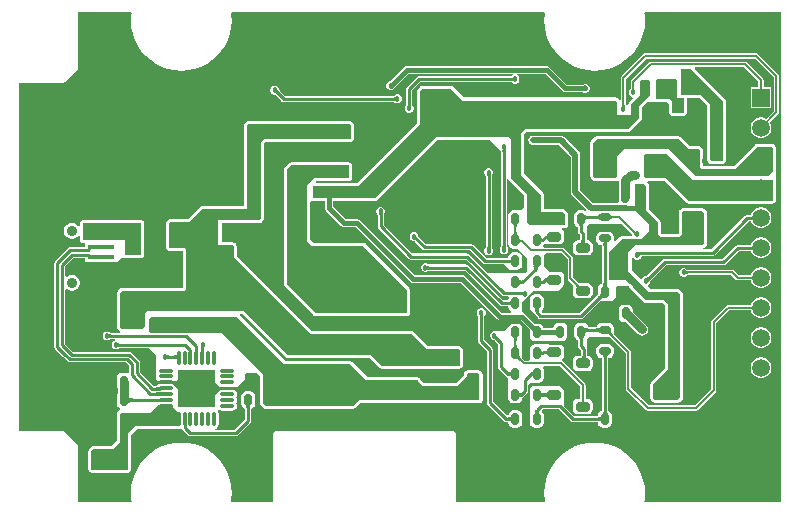
<source format=gtl>
G04*
G04 #@! TF.GenerationSoftware,Altium Limited,Altium Designer,24.0.1 (36)*
G04*
G04 Layer_Physical_Order=1*
G04 Layer_Color=255*
%FSLAX44Y44*%
%MOMM*%
G71*
G04*
G04 #@! TF.SameCoordinates,DB13EC29-46F8-4CE4-9397-EED5DBDB3573*
G04*
G04*
G04 #@! TF.FilePolarity,Positive*
G04*
G01*
G75*
%ADD10C,0.2000*%
%ADD11C,0.2540*%
G04:AMPARAMS|DCode=14|XSize=1mm|YSize=0.7mm|CornerRadius=0.175mm|HoleSize=0mm|Usage=FLASHONLY|Rotation=270.000|XOffset=0mm|YOffset=0mm|HoleType=Round|Shape=RoundedRectangle|*
%AMROUNDEDRECTD14*
21,1,1.0000,0.3500,0,0,270.0*
21,1,0.6500,0.7000,0,0,270.0*
1,1,0.3500,-0.1750,-0.3250*
1,1,0.3500,-0.1750,0.3250*
1,1,0.3500,0.1750,0.3250*
1,1,0.3500,0.1750,-0.3250*
%
%ADD14ROUNDEDRECTD14*%
G04:AMPARAMS|DCode=15|XSize=1.64mm|YSize=2.23mm|CornerRadius=0.41mm|HoleSize=0mm|Usage=FLASHONLY|Rotation=90.000|XOffset=0mm|YOffset=0mm|HoleType=Round|Shape=RoundedRectangle|*
%AMROUNDEDRECTD15*
21,1,1.6400,1.4100,0,0,90.0*
21,1,0.8200,2.2300,0,0,90.0*
1,1,0.8200,0.7050,0.4100*
1,1,0.8200,0.7050,-0.4100*
1,1,0.8200,-0.7050,-0.4100*
1,1,0.8200,-0.7050,0.4100*
%
%ADD15ROUNDEDRECTD15*%
%ADD16R,2.5000X2.0000*%
%ADD17R,2.3000X0.4000*%
%ADD18R,1.2000X1.6500*%
G04:AMPARAMS|DCode=19|XSize=1mm|YSize=0.7mm|CornerRadius=0.175mm|HoleSize=0mm|Usage=FLASHONLY|Rotation=180.000|XOffset=0mm|YOffset=0mm|HoleType=Round|Shape=RoundedRectangle|*
%AMROUNDEDRECTD19*
21,1,1.0000,0.3500,0,0,180.0*
21,1,0.6500,0.7000,0,0,180.0*
1,1,0.3500,-0.3250,0.1750*
1,1,0.3500,0.3250,0.1750*
1,1,0.3500,0.3250,-0.1750*
1,1,0.3500,-0.3250,-0.1750*
%
%ADD19ROUNDEDRECTD19*%
G04:AMPARAMS|DCode=20|XSize=0.8mm|YSize=1.2mm|CornerRadius=0.16mm|HoleSize=0mm|Usage=FLASHONLY|Rotation=90.000|XOffset=0mm|YOffset=0mm|HoleType=Round|Shape=RoundedRectangle|*
%AMROUNDEDRECTD20*
21,1,0.8000,0.8800,0,0,90.0*
21,1,0.4800,1.2000,0,0,90.0*
1,1,0.3200,0.4400,0.2400*
1,1,0.3200,0.4400,-0.2400*
1,1,0.3200,-0.4400,-0.2400*
1,1,0.3200,-0.4400,0.2400*
%
%ADD20ROUNDEDRECTD20*%
G04:AMPARAMS|DCode=21|XSize=2.06mm|YSize=2.02mm|CornerRadius=0.2525mm|HoleSize=0mm|Usage=FLASHONLY|Rotation=270.000|XOffset=0mm|YOffset=0mm|HoleType=Round|Shape=RoundedRectangle|*
%AMROUNDEDRECTD21*
21,1,2.0600,1.5150,0,0,270.0*
21,1,1.5550,2.0200,0,0,270.0*
1,1,0.5050,-0.7575,-0.7775*
1,1,0.5050,-0.7575,0.7775*
1,1,0.5050,0.7575,0.7775*
1,1,0.5050,0.7575,-0.7775*
%
%ADD21ROUNDEDRECTD21*%
G04:AMPARAMS|DCode=22|XSize=2.06mm|YSize=2.02mm|CornerRadius=0.2525mm|HoleSize=0mm|Usage=FLASHONLY|Rotation=0.000|XOffset=0mm|YOffset=0mm|HoleType=Round|Shape=RoundedRectangle|*
%AMROUNDEDRECTD22*
21,1,2.0600,1.5150,0,0,0.0*
21,1,1.5550,2.0200,0,0,0.0*
1,1,0.5050,0.7775,-0.7575*
1,1,0.5050,-0.7775,-0.7575*
1,1,0.5050,-0.7775,0.7575*
1,1,0.5050,0.7775,0.7575*
%
%ADD22ROUNDEDRECTD22*%
%ADD23R,2.7000X1.0000*%
%ADD24O,1.2000X0.3000*%
%ADD25R,2.7000X3.3000*%
%ADD26O,0.3000X1.2000*%
%ADD27R,3.1300X3.1300*%
%ADD28R,4.0000X5.5000*%
%ADD29R,2.0000X4.1000*%
%ADD30R,3.0000X1.0200*%
%ADD31R,7.5000X8.3300*%
%ADD32R,3.0000X1.2350*%
G04:AMPARAMS|DCode=33|XSize=0.81mm|YSize=0.9mm|CornerRadius=0.2025mm|HoleSize=0mm|Usage=FLASHONLY|Rotation=0.000|XOffset=0mm|YOffset=0mm|HoleType=Round|Shape=RoundedRectangle|*
%AMROUNDEDRECTD33*
21,1,0.8100,0.4950,0,0,0.0*
21,1,0.4050,0.9000,0,0,0.0*
1,1,0.4050,0.2025,-0.2475*
1,1,0.4050,-0.2025,-0.2475*
1,1,0.4050,-0.2025,0.2475*
1,1,0.4050,0.2025,0.2475*
%
%ADD33ROUNDEDRECTD33*%
%ADD57C,0.2032*%
%ADD58C,0.5080*%
%ADD59C,0.3810*%
%ADD60C,0.7620*%
%ADD61R,1.5000X1.5000*%
%ADD62C,1.5000*%
%ADD63C,0.9000*%
%ADD64C,0.4570*%
G36*
X597410Y2590D02*
X482901D01*
X482095Y3571D01*
X482267Y4435D01*
X482631Y10000D01*
X482267Y15564D01*
X481179Y21034D01*
X479386Y26314D01*
X476920Y31316D01*
X473822Y35952D01*
X470145Y40145D01*
X465952Y43822D01*
X461316Y46920D01*
X456314Y49386D01*
X451034Y51178D01*
X445565Y52266D01*
X440000Y52631D01*
X434436Y52266D01*
X428966Y51178D01*
X423686Y49386D01*
X418685Y46920D01*
X414048Y43822D01*
X409855Y40145D01*
X406179Y35952D01*
X403080Y31316D01*
X400614Y26314D01*
X398821Y21034D01*
X397734Y15564D01*
X397369Y10000D01*
X397734Y4435D01*
X397905Y3571D01*
X397100Y2590D01*
X322590D01*
Y60000D01*
X322393Y60991D01*
X321831Y61831D01*
X320991Y62393D01*
X320000Y62590D01*
X170000D01*
X169009Y62393D01*
X168169Y61831D01*
X167607Y60991D01*
X167410Y60000D01*
Y2590D01*
X132900D01*
X132095Y3571D01*
X132267Y4435D01*
X132631Y10000D01*
X132267Y15564D01*
X131179Y21034D01*
X129386Y26314D01*
X126920Y31316D01*
X123822Y35952D01*
X120145Y40145D01*
X115952Y43822D01*
X111316Y46920D01*
X106314Y49386D01*
X101034Y51178D01*
X95565Y52266D01*
X90000Y52631D01*
X84436Y52266D01*
X78966Y51178D01*
X73686Y49386D01*
X68685Y46920D01*
X64048Y43822D01*
X59855Y40145D01*
X56178Y35952D01*
X53080Y31316D01*
X50614Y26314D01*
X48822Y21034D01*
X47734Y15564D01*
X47369Y10000D01*
X47734Y4435D01*
X47905Y3571D01*
X47100Y2590D01*
X2590D01*
Y40000D01*
Y50000D01*
X2393Y50991D01*
X1831Y51831D01*
X-8169Y61831D01*
X-9009Y62393D01*
X-10000Y62590D01*
X-47410D01*
Y357410D01*
X-10000D01*
X-9009Y357607D01*
X-8169Y358169D01*
X1831Y368169D01*
X2393Y369009D01*
X2590Y370000D01*
Y417410D01*
X47100D01*
X47905Y416428D01*
X47734Y415564D01*
X47369Y410000D01*
X47734Y404435D01*
X48822Y398966D01*
X50614Y393686D01*
X53080Y388684D01*
X56178Y384048D01*
X59855Y379855D01*
X64048Y376178D01*
X68685Y373080D01*
X73686Y370614D01*
X78966Y368821D01*
X84436Y367733D01*
X90000Y367369D01*
X95565Y367733D01*
X101034Y368821D01*
X106314Y370614D01*
X111316Y373080D01*
X115952Y376178D01*
X120145Y379855D01*
X123822Y384048D01*
X126920Y388684D01*
X129386Y393686D01*
X131179Y398966D01*
X132267Y404435D01*
X132631Y410000D01*
X132267Y415564D01*
X132154Y416130D01*
X132960Y417112D01*
X397040D01*
X397846Y416130D01*
X397734Y415564D01*
X397369Y410000D01*
X397734Y404435D01*
X398821Y398966D01*
X400614Y393686D01*
X403080Y388684D01*
X406179Y384048D01*
X409855Y379855D01*
X414048Y376178D01*
X418685Y373080D01*
X423686Y370614D01*
X428966Y368821D01*
X434436Y367733D01*
X440000Y367369D01*
X445565Y367733D01*
X451034Y368821D01*
X456314Y370614D01*
X461316Y373080D01*
X465952Y376178D01*
X470145Y379855D01*
X473822Y384048D01*
X476920Y388684D01*
X479386Y393686D01*
X481179Y398966D01*
X482267Y404435D01*
X482631Y410000D01*
X482267Y415564D01*
X482095Y416428D01*
X482901Y417410D01*
X597410D01*
Y2590D01*
D02*
G37*
%LPC*%
G36*
X399288Y371537D02*
X280924D01*
X279685Y371291D01*
X278635Y370589D01*
X266642Y358596D01*
X265317Y358047D01*
X264252Y356982D01*
X263676Y355591D01*
Y354085D01*
X264252Y352693D01*
X265317Y351628D01*
X266709Y351052D01*
X268215D01*
X269607Y351628D01*
X270672Y352693D01*
X271220Y354018D01*
X282265Y365063D01*
X370532D01*
X370785Y363793D01*
X370372Y363622D01*
X369841Y363090D01*
X369437Y363059D01*
X369228Y363056D01*
X369101Y363002D01*
X291067D01*
X290075Y362805D01*
X289235Y362243D01*
X281066Y354074D01*
X280505Y353234D01*
X280308Y352243D01*
Y339100D01*
X280253Y338972D01*
X280250Y338740D01*
X280243Y338563D01*
X280223Y338363D01*
X279688Y337828D01*
X279112Y336437D01*
Y334930D01*
X279688Y333539D01*
X280753Y332474D01*
X282145Y331898D01*
X283651D01*
X285042Y332474D01*
X286107Y333539D01*
X286684Y334930D01*
Y336437D01*
X286107Y337828D01*
X285576Y338359D01*
X285545Y338763D01*
X285542Y338972D01*
X285487Y339100D01*
Y351170D01*
X292139Y357822D01*
X369101D01*
X369228Y357767D01*
X369461Y357765D01*
X369637Y357757D01*
X369837Y357738D01*
X370372Y357202D01*
X371764Y356626D01*
X373270D01*
X374661Y357202D01*
X375726Y358267D01*
X376303Y359659D01*
Y361165D01*
X375726Y362557D01*
X374661Y363622D01*
X374249Y363793D01*
X374501Y365063D01*
X397947D01*
X412747Y350263D01*
X413797Y349561D01*
X415036Y349315D01*
X429976D01*
X431301Y348766D01*
X432807D01*
X434199Y349342D01*
X435264Y350407D01*
X435840Y351799D01*
Y353305D01*
X435264Y354697D01*
X434199Y355761D01*
X432807Y356338D01*
X431301D01*
X429976Y355789D01*
X416377D01*
X401577Y370589D01*
X400527Y371291D01*
X399288Y371537D01*
D02*
G37*
G36*
X169935Y354896D02*
X168428D01*
X167037Y354320D01*
X165972Y353255D01*
X165396Y351864D01*
Y350357D01*
X165972Y348966D01*
X167037Y347901D01*
X168428Y347324D01*
X169180D01*
X169487Y347061D01*
X169637Y346915D01*
X169766Y346864D01*
X174675Y341955D01*
X175515Y341393D01*
X176506Y341196D01*
X269568D01*
X269695Y341141D01*
X269928Y341138D01*
X270104Y341131D01*
X270304Y341111D01*
X270839Y340576D01*
X272230Y340000D01*
X273737D01*
X275128Y340576D01*
X276193Y341641D01*
X276770Y343033D01*
Y344539D01*
X276193Y345930D01*
X275128Y346996D01*
X273737Y347572D01*
X272230D01*
X270839Y346996D01*
X270308Y346464D01*
X269904Y346433D01*
X269695Y346430D01*
X269568Y346376D01*
X177579D01*
X173428Y350526D01*
X173377Y350655D01*
X173214Y350822D01*
X173095Y350952D01*
X172967Y351107D01*
Y351864D01*
X172391Y353255D01*
X171326Y354320D01*
X169935Y354896D01*
D02*
G37*
G36*
X576411Y382467D02*
X482838D01*
X481952Y382291D01*
X481201Y381789D01*
X462673Y363261D01*
X462171Y362510D01*
X461995Y361624D01*
Y343421D01*
X461476Y343100D01*
X460725Y342942D01*
X459574Y344093D01*
X458733Y344654D01*
X457743Y344851D01*
X329702D01*
X320442Y354111D01*
X320437Y354114D01*
X320434Y354119D01*
X320017Y354395D01*
X319602Y354673D01*
X319596Y354674D01*
X319591Y354677D01*
X319101Y354772D01*
X318611Y354870D01*
X318605Y354869D01*
X318599Y354870D01*
X294284Y354761D01*
X293789D01*
X292810Y354566D01*
X292004D01*
Y354033D01*
X291957Y354002D01*
X289967Y352011D01*
X289405Y351171D01*
X289208Y350180D01*
X289208Y322551D01*
X238898Y272240D01*
X204433D01*
X203754Y273510D01*
X203923Y273762D01*
X231940D01*
X232931Y273959D01*
X233552Y274374D01*
X233976D01*
Y274827D01*
X234333Y275361D01*
X234530Y276352D01*
Y287313D01*
X234333Y288304D01*
X233976Y288838D01*
Y289146D01*
X233769D01*
X232931Y289706D01*
X231940Y289903D01*
X182625Y289903D01*
X181634Y289706D01*
X180793Y289144D01*
X177416Y285766D01*
X176854Y284926D01*
X176657Y283935D01*
Y186746D01*
X176854Y185755D01*
X177416Y184914D01*
X201602Y160729D01*
X202442Y160167D01*
X203433Y159970D01*
X281216D01*
X282207Y160167D01*
X283047Y160729D01*
X283609Y161569D01*
X283806Y162560D01*
Y181966D01*
X283609Y182957D01*
X283047Y183797D01*
X246212Y220632D01*
Y221866D01*
X244630D01*
X243726Y222046D01*
X201617D01*
X198970Y224692D01*
Y256284D01*
X199404Y257374D01*
X200848D01*
X201460Y257252D01*
X211690D01*
Y251341D01*
X211936Y250102D01*
X212638Y249052D01*
X225521Y236169D01*
X226571Y235467D01*
X227810Y235221D01*
X237740D01*
X284058Y188902D01*
X285108Y188201D01*
X286347Y187954D01*
X326617D01*
X357566Y157006D01*
X358616Y156304D01*
X359855Y156058D01*
X377178D01*
X384935Y148301D01*
Y142800D01*
X385248Y141225D01*
X386140Y139890D01*
X387475Y138998D01*
X389050Y138685D01*
X413593D01*
X415306Y140398D01*
X416198Y141733D01*
X416511Y143308D01*
Y149808D01*
X416198Y151383D01*
X415306Y152718D01*
X413971Y153610D01*
X412396Y153923D01*
X408896D01*
X407321Y153610D01*
X405986Y152718D01*
X405094Y151383D01*
X404781Y149808D01*
Y149795D01*
X396567D01*
X396352Y150875D01*
X395460Y152210D01*
X394125Y153102D01*
X392550Y153415D01*
X389050D01*
X388989Y153403D01*
X378665Y163727D01*
X378665Y171507D01*
X388332Y181173D01*
X408725D01*
X413070Y185518D01*
X413929Y186804D01*
X414230Y188320D01*
Y193120D01*
X413929Y194636D01*
X413070Y195921D01*
X411784Y196780D01*
X410268Y197082D01*
X401468D01*
X396665Y201885D01*
Y210772D01*
X399002Y213109D01*
X399002Y213109D01*
X399002Y213109D01*
X400195Y213166D01*
X411618D01*
X417057Y207727D01*
Y191700D01*
X417235Y190808D01*
X417740Y190052D01*
X422147Y185644D01*
X421808Y185136D01*
X421506Y183620D01*
Y178820D01*
X421808Y177304D01*
X422667Y176018D01*
X423952Y175159D01*
X425468Y174858D01*
X434268D01*
X435784Y175159D01*
X437070Y176018D01*
X437929Y177304D01*
X438230Y178820D01*
Y183620D01*
X437929Y185136D01*
X437070Y186422D01*
X435784Y187280D01*
X434268Y187582D01*
X426889D01*
X426819Y187649D01*
X426771Y187668D01*
X426746Y187714D01*
X426636Y187749D01*
X421719Y192665D01*
Y208692D01*
X421541Y209584D01*
X421036Y210340D01*
X414231Y217145D01*
X413475Y217651D01*
X412583Y217828D01*
X396850D01*
X396171Y219098D01*
X396352Y219368D01*
X396665Y220943D01*
X397847Y221996D01*
X398666Y221960D01*
X399952Y221101D01*
X401468Y220800D01*
X410268D01*
X411784Y221101D01*
X413070Y221960D01*
X413929Y223246D01*
X414230Y224762D01*
Y229562D01*
X413929Y231078D01*
X413070Y232363D01*
X411978Y233093D01*
X412035Y233928D01*
X412189Y234363D01*
X414776D01*
X415767Y234560D01*
X416608Y235121D01*
X417169Y235962D01*
X417366Y236953D01*
Y246473D01*
X417169Y247464D01*
X416608Y248304D01*
X415171Y249740D01*
X415169Y249741D01*
X415168Y249743D01*
X414750Y250022D01*
X414331Y250301D01*
X414329Y250302D01*
X414327Y250303D01*
X413833Y250401D01*
X413340Y250499D01*
X413338Y250498D01*
X413335Y250499D01*
X397592Y250470D01*
X396693Y251367D01*
Y262612D01*
X396496Y263603D01*
X395935Y264443D01*
X380255Y280123D01*
Y313806D01*
X382091Y315642D01*
X468267D01*
X469258Y315839D01*
X470098Y316401D01*
X479097Y325400D01*
X479659Y326240D01*
X479856Y327231D01*
Y336324D01*
X482745Y339213D01*
X482862Y339164D01*
Y339164D01*
X484510Y340812D01*
X501555D01*
X502822Y339545D01*
X502822Y332974D01*
X503019Y331982D01*
X503581Y331142D01*
X504581Y330143D01*
X505421Y329581D01*
X506412Y329384D01*
X514971Y329384D01*
X515962Y329581D01*
X516802Y330143D01*
X517403Y330743D01*
X517403Y330743D01*
X517965Y331584D01*
X518162Y332575D01*
Y344164D01*
X518438Y344500D01*
X528961D01*
X535294Y338167D01*
Y292206D01*
X535491Y291215D01*
X536053Y290375D01*
X537138Y289289D01*
X537979Y288728D01*
X538970Y288531D01*
X548144Y288531D01*
X549136Y288728D01*
X549136Y288728D01*
X549136Y288728D01*
X549558Y289010D01*
X549976Y289289D01*
X550232Y289546D01*
X550232Y289546D01*
X550568Y290048D01*
X550794Y290386D01*
X550794Y290386D01*
X550794Y290386D01*
X550991Y291377D01*
X550991Y341780D01*
X550794Y342771D01*
X550232Y343611D01*
X547208Y346635D01*
X547119Y346695D01*
X547059Y346784D01*
X524476Y369368D01*
X525002Y370638D01*
X566241D01*
X578372Y358508D01*
Y353447D01*
X571916D01*
Y335907D01*
X589456D01*
Y353447D01*
X583001D01*
Y359466D01*
X582825Y360352D01*
X582323Y361103D01*
X568837Y374589D01*
X568086Y375091D01*
X567200Y375267D01*
X487495D01*
X486610Y375091D01*
X485859Y374589D01*
X471003Y359733D01*
X470501Y358982D01*
X470325Y358096D01*
Y352446D01*
X470316Y352442D01*
X469251Y351377D01*
X468675Y349986D01*
Y348480D01*
X469251Y347088D01*
X470316Y346023D01*
X471708Y345447D01*
X471814D01*
X472341Y344177D01*
X469180Y341017D01*
X468619Y340176D01*
X468422Y339185D01*
X468306Y339004D01*
X468188Y338873D01*
X467152Y338468D01*
X466683Y338777D01*
X466624Y338911D01*
Y360666D01*
X483796Y377838D01*
X575452D01*
X591438Y361853D01*
Y333302D01*
X585031Y326895D01*
X584071Y327449D01*
X581841Y328047D01*
X579532D01*
X577301Y327449D01*
X575301Y326295D01*
X573669Y324662D01*
X572514Y322662D01*
X571916Y320431D01*
Y318122D01*
X572514Y315892D01*
X573669Y313892D01*
X575301Y312259D01*
X577301Y311105D01*
X579532Y310507D01*
X581841D01*
X584071Y311105D01*
X586071Y312259D01*
X587704Y313892D01*
X588858Y315892D01*
X589456Y318122D01*
Y320431D01*
X588858Y322662D01*
X588304Y323622D01*
X595389Y330706D01*
X595891Y331457D01*
X596067Y332343D01*
Y362812D01*
X595891Y363698D01*
X595389Y364449D01*
X578048Y381789D01*
X577297Y382291D01*
X576411Y382467D01*
D02*
G37*
G36*
X232711Y325170D02*
X146644D01*
X145653Y324972D01*
X144813Y324411D01*
X143721Y323320D01*
X143160Y322479D01*
X142963Y321488D01*
Y252780D01*
X107480D01*
X106489Y252582D01*
X105649Y252021D01*
X95739Y242112D01*
X80203D01*
X79212Y241915D01*
X78372Y241353D01*
X77455Y240436D01*
X76894Y239596D01*
X76696Y238605D01*
Y218209D01*
X76894Y217218D01*
X77455Y216378D01*
X78494Y215339D01*
X79334Y214777D01*
X80325Y214580D01*
X91174Y214580D01*
Y183570D01*
X39422D01*
X38431Y183372D01*
X37591Y182811D01*
X36178Y181398D01*
X35616Y180557D01*
X35419Y179566D01*
Y150473D01*
X35616Y149482D01*
X36178Y148642D01*
X37607Y147213D01*
X38247Y146785D01*
X38178Y145908D01*
X38036Y145515D01*
X30669D01*
X30542Y145570D01*
X30309Y145573D01*
X30133Y145580D01*
X29933Y145600D01*
X29398Y146135D01*
X28006Y146711D01*
X26500D01*
X25108Y146135D01*
X24043Y145070D01*
X23467Y143678D01*
Y142172D01*
X24043Y140781D01*
X25108Y139716D01*
X26500Y139139D01*
X28006D01*
X29398Y139716D01*
X29929Y140247D01*
X30333Y140278D01*
X30542Y140281D01*
X30669Y140336D01*
X33934D01*
X34086Y139128D01*
X32694Y138552D01*
X31629Y137487D01*
X31053Y136095D01*
Y134589D01*
X31629Y133198D01*
X32694Y132133D01*
X34086Y131556D01*
X35592D01*
X36983Y132133D01*
X37453Y132603D01*
X37871Y132633D01*
X38083Y132636D01*
X38211Y132690D01*
X62708D01*
X68474Y126924D01*
Y114238D01*
X68356Y113644D01*
X68474Y113050D01*
Y109238D01*
X68356Y108644D01*
X68474Y108050D01*
Y106927D01*
X70419Y104982D01*
X71221D01*
X72216Y104784D01*
X81216D01*
X82211Y104982D01*
X85115D01*
X87066Y106933D01*
Y114217D01*
X87143Y114294D01*
X118253D01*
X118253Y104266D01*
X121249Y101269D01*
X121487Y100914D01*
X121841Y100677D01*
X122658Y99861D01*
X123828D01*
X124216Y99784D01*
X133216D01*
X133604Y99861D01*
X137189D01*
X143986Y106658D01*
X143922Y106722D01*
Y110188D01*
X144947Y111212D01*
X154403D01*
X156579Y109036D01*
Y85988D01*
X156777Y84997D01*
X157338Y84157D01*
X159378Y82117D01*
X160218Y81555D01*
X161209Y81358D01*
X162348D01*
X162736Y81281D01*
X166236D01*
X166625Y81358D01*
X235624D01*
X236615Y81555D01*
X237455Y82117D01*
X241141Y85802D01*
X342171D01*
X342787Y85925D01*
X343161Y85999D01*
X343162Y85999D01*
X343162Y85999D01*
X343636Y86316D01*
X344002Y86560D01*
X344261Y86820D01*
X344261Y86820D01*
X344261Y86820D01*
X344562Y87270D01*
X344823Y87660D01*
X344823Y87660D01*
X344823Y87660D01*
X344926Y88182D01*
X345020Y88651D01*
X345020Y88651D01*
X345020Y88651D01*
Y110222D01*
X344823Y111213D01*
X344261Y112053D01*
X342912Y113403D01*
X342072Y113964D01*
X341081Y114161D01*
X332883D01*
X331892Y113964D01*
X331052Y113403D01*
X329667Y112018D01*
X329105Y111178D01*
X328908Y110187D01*
Y109818D01*
X322264Y103174D01*
X295669D01*
X292212Y106630D01*
Y107734D01*
X290864D01*
X290761Y107802D01*
X289770Y108000D01*
X247715D01*
X234503Y121211D01*
X233663Y121772D01*
X232672Y121970D01*
X177895Y121970D01*
X139386Y160478D01*
X139891Y161748D01*
X141734D01*
X178493Y124988D01*
X179334Y124427D01*
X180325Y124229D01*
X249844D01*
X258049Y116025D01*
X258889Y115463D01*
X259880Y115266D01*
X325158Y115266D01*
X326149Y115463D01*
X326989Y116025D01*
X327497Y116533D01*
X328059Y117373D01*
X328256Y118364D01*
X328256Y130766D01*
X328059Y131757D01*
X327497Y132598D01*
X326438Y133657D01*
X325598Y134219D01*
X324607Y134416D01*
X298814D01*
X287130Y146339D01*
X287119Y146346D01*
X287111Y146357D01*
X286702Y146631D01*
X286295Y146908D01*
X286282Y146911D01*
X286271Y146918D01*
X285788Y147015D01*
X285306Y147115D01*
X285293Y147113D01*
X285280Y147116D01*
X201019Y147116D01*
X137407Y210727D01*
Y218491D01*
X137210Y219482D01*
X136648Y220322D01*
X136212Y220758D01*
Y221866D01*
X134879D01*
X134719Y221973D01*
X133728Y222170D01*
X124040D01*
X124040Y238794D01*
X156535D01*
X157526Y238992D01*
X158366Y239553D01*
X159537Y240723D01*
X160098Y241564D01*
X160295Y242555D01*
X160295Y306190D01*
X161141Y307036D01*
X232404Y307036D01*
X233395Y307233D01*
X234235Y307795D01*
X235295Y308855D01*
X235857Y309695D01*
X236054Y310686D01*
Y321827D01*
X235857Y322818D01*
X235295Y323658D01*
X234542Y324411D01*
X233702Y324972D01*
X232711Y325170D01*
D02*
G37*
G36*
X411416Y312525D02*
X387631D01*
X387135Y312426D01*
X386878D01*
X386640Y312328D01*
X386144Y312229D01*
X385724Y311948D01*
X385486Y311850D01*
X385304Y311668D01*
X384884Y311387D01*
X384603Y310967D01*
X384421Y310785D01*
X384323Y310547D01*
X384042Y310127D01*
X383943Y309631D01*
X383845Y309393D01*
Y309136D01*
X383746Y308640D01*
X383845Y308144D01*
Y307887D01*
X383943Y307649D01*
X384042Y307154D01*
X384323Y306733D01*
X384421Y306496D01*
X384603Y306314D01*
X384884Y305893D01*
X385304Y305612D01*
X385486Y305431D01*
X385724Y305332D01*
X386144Y305051D01*
X386640Y304953D01*
X386878Y304854D01*
X387135D01*
X387631Y304755D01*
X409807D01*
X419771Y294792D01*
Y264749D01*
X420066Y263263D01*
X420909Y262002D01*
X433006Y249905D01*
X432196Y248918D01*
X431971Y249069D01*
X430396Y249382D01*
X426896D01*
X425321Y249069D01*
X423986Y248177D01*
X423094Y246842D01*
X422781Y245267D01*
Y238767D01*
X423094Y237192D01*
X423986Y235857D01*
X425321Y234965D01*
X425993Y234832D01*
X426002Y234442D01*
X426056Y234319D01*
Y231252D01*
X426254Y230261D01*
X426815Y229421D01*
X427278Y228957D01*
Y224360D01*
X427224Y224238D01*
X427218Y224024D01*
X425468D01*
X423952Y223722D01*
X422667Y222864D01*
X421808Y221578D01*
X421506Y220062D01*
Y215262D01*
X421808Y213746D01*
X422667Y212460D01*
X423952Y211601D01*
X425468Y211300D01*
X434268D01*
X435784Y211601D01*
X437070Y212460D01*
X437929Y213746D01*
X438230Y215262D01*
Y220062D01*
X437929Y221578D01*
X437070Y222864D01*
X435784Y223722D01*
X434268Y224024D01*
X433306Y224986D01*
Y235857D01*
X433306Y235858D01*
X434993Y237545D01*
X463270D01*
X471869Y228946D01*
X471886Y228904D01*
X471812Y228509D01*
X471668Y228134D01*
X471281Y227634D01*
X462834D01*
X461843Y227437D01*
X461003Y226875D01*
X457374Y223247D01*
X456375Y223684D01*
X456183Y223852D01*
Y227267D01*
X455870Y228842D01*
X454978Y230177D01*
X453643Y231069D01*
X452068Y231383D01*
X445568D01*
X443993Y231069D01*
X442658Y230177D01*
X441766Y228842D01*
X441453Y227267D01*
Y223768D01*
X441766Y222193D01*
X442658Y220858D01*
X443993Y219966D01*
X445568Y219652D01*
X445842D01*
X445848Y219438D01*
X445902Y219316D01*
Y187919D01*
X445848Y187796D01*
X445839Y187405D01*
X445167Y187272D01*
X443832Y186380D01*
X442940Y185045D01*
X442627Y183470D01*
Y178115D01*
X442607Y178091D01*
X442202Y177669D01*
X442152Y177542D01*
X442112Y177502D01*
X442022Y177437D01*
X442017Y177407D01*
X427219Y162610D01*
X396236D01*
X395657Y163249D01*
X395460Y164560D01*
X396352Y165895D01*
X396665Y167470D01*
Y173970D01*
X396352Y175545D01*
X395460Y176880D01*
X394125Y177772D01*
X392550Y178085D01*
X389050D01*
X387475Y177772D01*
X386140Y176880D01*
X385248Y175545D01*
X384935Y173970D01*
Y168067D01*
X384935Y166797D01*
X384935Y166797D01*
Y165415D01*
X392161Y158189D01*
X393001Y157627D01*
X393992Y157430D01*
X428292D01*
X429283Y157627D01*
X430123Y158189D01*
X443267Y171332D01*
X443267Y171332D01*
Y171332D01*
X444712Y172777D01*
X444839Y172827D01*
X444868Y172855D01*
X455422D01*
X458140Y175572D01*
Y184538D01*
X459002Y185400D01*
X467656D01*
X467744Y185488D01*
X467956Y185347D01*
X468137Y185166D01*
X468372Y185069D01*
X468584Y184927D01*
X468698Y184904D01*
X469285Y184513D01*
X469677Y183926D01*
X469699Y183812D01*
X469841Y183600D01*
X469939Y183364D01*
X470119Y183184D01*
X470261Y182972D01*
X472895Y180338D01*
X481634Y171599D01*
X482474Y171037D01*
X483465Y170840D01*
X497835D01*
X499822Y168853D01*
Y116177D01*
X487833Y104187D01*
X487271Y103347D01*
X487074Y102356D01*
Y90545D01*
X487271Y89554D01*
X487833Y88714D01*
X489279Y87268D01*
X490119Y86706D01*
X491110Y86509D01*
X510492D01*
X511483Y86706D01*
X512323Y87268D01*
X512324Y87268D01*
X514101Y89046D01*
X514101Y89046D01*
X514663Y89886D01*
X514860Y90877D01*
Y106928D01*
X514860Y154144D01*
Y178440D01*
X514663Y179431D01*
X514101Y180271D01*
X512455Y181917D01*
X512455Y181917D01*
X511615Y182479D01*
X510624Y182676D01*
X487401D01*
X484995Y185081D01*
X485243Y186327D01*
X485498Y186433D01*
X486563Y187498D01*
X487140Y188889D01*
Y189641D01*
X487403Y189948D01*
X487549Y190098D01*
X487600Y190227D01*
X500249Y202875D01*
X548925D01*
X549916Y203072D01*
X550756Y203634D01*
X562210Y215087D01*
X572301D01*
X572514Y214292D01*
X573669Y212292D01*
X575301Y210659D01*
X577301Y209505D01*
X579532Y208907D01*
X581841D01*
X584071Y209505D01*
X586071Y210659D01*
X587704Y212292D01*
X588858Y214292D01*
X589456Y216522D01*
Y218831D01*
X588858Y221062D01*
X587704Y223062D01*
X586071Y224695D01*
X584071Y225849D01*
X581841Y226447D01*
X579532D01*
X577301Y225849D01*
X575301Y224695D01*
X573669Y223062D01*
X572514Y221062D01*
X572301Y220267D01*
X561137D01*
X560146Y220070D01*
X559306Y219508D01*
X547852Y208055D01*
X499176D01*
X498185Y207857D01*
X497345Y207296D01*
X483938Y193889D01*
X483809Y193838D01*
X483642Y193675D01*
X483512Y193556D01*
X483358Y193428D01*
X482601D01*
X481209Y192852D01*
X480144Y191787D01*
X480038Y191532D01*
X478793Y191284D01*
X471172Y198905D01*
X471172Y209587D01*
X472442Y209839D01*
X472714Y209183D01*
X473779Y208118D01*
X475170Y207541D01*
X476676D01*
X478068Y208118D01*
X479133Y209183D01*
X479709Y210574D01*
Y211024D01*
X539750D01*
X540741Y211221D01*
X541581Y211783D01*
X570286Y240487D01*
X572301D01*
X572514Y239692D01*
X573669Y237692D01*
X575301Y236059D01*
X577301Y234904D01*
X579532Y234307D01*
X581841D01*
X584071Y234904D01*
X586071Y236059D01*
X587704Y237692D01*
X588858Y239692D01*
X589456Y241922D01*
Y244231D01*
X588858Y246462D01*
X587704Y248462D01*
X586071Y250095D01*
X584071Y251249D01*
X581841Y251847D01*
X579532D01*
X577301Y251249D01*
X575301Y250095D01*
X573669Y248462D01*
X572514Y246462D01*
X572301Y245667D01*
X569213D01*
X568222Y245469D01*
X567382Y244908D01*
X538677Y216204D01*
X532113D01*
X531988Y217474D01*
X532330Y217542D01*
X533170Y218103D01*
X534634Y219568D01*
X535196Y220408D01*
X535393Y221399D01*
X535393Y247024D01*
X535196Y248015D01*
X534634Y248855D01*
X532713Y250777D01*
X532713Y250777D01*
X531873Y251338D01*
X530882Y251535D01*
X514836D01*
X513845Y251338D01*
X513005Y250777D01*
X512034Y249806D01*
X511757Y249391D01*
X511474Y248969D01*
X511474Y248967D01*
X511473Y248966D01*
X511375Y248475D01*
X511276Y247978D01*
X511256Y230225D01*
X510431Y229399D01*
X496747D01*
X495868Y230278D01*
Y239645D01*
X495671Y240636D01*
X495109Y241476D01*
X486055Y250531D01*
Y270304D01*
X485858Y271295D01*
X485296Y272135D01*
X484662Y272770D01*
X485188Y274040D01*
X499578D01*
X517830Y255788D01*
X518670Y255227D01*
X519661Y255030D01*
X590341D01*
X591332Y255227D01*
X592172Y255788D01*
X592792Y256409D01*
X592792Y256409D01*
X592792Y256409D01*
X593811Y257428D01*
Y282727D01*
Y302273D01*
X593614Y303264D01*
X593053Y304104D01*
X592342Y304814D01*
X591924Y305094D01*
X591509Y305373D01*
X591506Y305373D01*
X591502Y305376D01*
X591011Y305473D01*
X590519Y305573D01*
X577350Y305612D01*
X577346Y305611D01*
X577342Y305612D01*
X576852Y305514D01*
X576358Y305417D01*
X576355Y305415D01*
X576351Y305415D01*
X575935Y305137D01*
X575516Y304858D01*
X575514Y304855D01*
X575511Y304853D01*
X557574Y286917D01*
X532182D01*
X531672Y287427D01*
Y289391D01*
X531475Y290382D01*
X531340Y290706D01*
Y291182D01*
X531475Y291506D01*
X531672Y292497D01*
Y300482D01*
X531475Y301473D01*
X530913Y302313D01*
X530219Y303008D01*
X529379Y303569D01*
X528387Y303766D01*
X528311D01*
X527372Y303953D01*
X523872D01*
X522933Y303766D01*
X520792D01*
X513352Y311205D01*
X512512Y311767D01*
X511521Y311964D01*
X441551D01*
X440560Y311767D01*
X439720Y311205D01*
X437051Y308537D01*
X436490Y307697D01*
X436293Y306706D01*
Y278109D01*
X436490Y277118D01*
X437051Y276278D01*
X438531Y274799D01*
X439371Y274237D01*
X440362Y274040D01*
X457603D01*
X458595Y274237D01*
X459435Y274799D01*
X459543Y274907D01*
X460813Y274380D01*
Y266050D01*
X460440Y265492D01*
X460127Y263918D01*
Y257418D01*
X460260Y256747D01*
X459273Y255477D01*
X438421D01*
X427540Y266358D01*
Y296401D01*
X427244Y297887D01*
X426402Y299148D01*
X414163Y311387D01*
X412903Y312229D01*
X411416Y312525D01*
D02*
G37*
G36*
X55663Y241219D02*
X6872D01*
X6871Y241219D01*
X6871Y241219D01*
X6416Y241128D01*
X5881Y241022D01*
X5880Y241022D01*
X5880Y241022D01*
X5510Y240774D01*
X5040Y240460D01*
X5040Y240460D01*
X5040Y240460D01*
X4933Y240353D01*
X4933Y240353D01*
X4933Y240352D01*
X4675Y239968D01*
X4371Y239513D01*
X4371Y239512D01*
X4371Y239512D01*
X4265Y238976D01*
X4174Y238521D01*
Y235780D01*
X2904Y235439D01*
X2566Y236025D01*
X1303Y237288D01*
X-245Y238181D01*
X-1971Y238644D01*
X-3757D01*
X-5483Y238181D01*
X-7031Y237288D01*
X-8294Y236025D01*
X-9187Y234477D01*
X-9650Y232751D01*
Y230965D01*
X-9187Y229239D01*
X-8294Y227691D01*
X-7031Y226428D01*
X-5483Y225534D01*
X-3757Y225072D01*
X-1971D01*
X-245Y225534D01*
X1303Y226428D01*
X2566Y227691D01*
X2904Y228276D01*
X4174Y227936D01*
Y224011D01*
X4284Y223457D01*
X4371Y223020D01*
X4371Y223020D01*
X4371Y223020D01*
X4675Y222566D01*
X4933Y222180D01*
X5086Y222027D01*
X5086Y222027D01*
X5086Y222027D01*
X5472Y221769D01*
X5926Y221465D01*
X5926Y221465D01*
X5926Y221465D01*
X6391Y221373D01*
X6917Y221268D01*
X6917Y221268D01*
X6917Y221268D01*
X8350D01*
Y218416D01*
X-3932D01*
X-4923Y218219D01*
X-5763Y217658D01*
X-16765Y206655D01*
X-17327Y205815D01*
X-17524Y204824D01*
Y133864D01*
X-17327Y132873D01*
X-16765Y132033D01*
X-10048Y125316D01*
X-10048Y125316D01*
X-7129Y122397D01*
X-7129Y122397D01*
X-5976Y121244D01*
X-5136Y120682D01*
X-4145Y120485D01*
X43278D01*
X45814Y117949D01*
Y111957D01*
X44983Y111513D01*
X44544Y111389D01*
X43120Y111672D01*
X39620D01*
X38046Y111359D01*
X36711Y110467D01*
X35819Y109132D01*
X35505Y107557D01*
Y101058D01*
X35819Y99483D01*
X36191Y98926D01*
Y93960D01*
X35819Y93403D01*
X35505Y91828D01*
Y85328D01*
X35819Y83753D01*
X36711Y82418D01*
X37925Y81607D01*
X37964Y81130D01*
X37791Y80286D01*
X37569Y80241D01*
X36729Y79680D01*
X36053Y79004D01*
X35491Y78164D01*
X35294Y77173D01*
Y54204D01*
X30675Y49584D01*
X15158D01*
X14167Y49387D01*
X13326Y48826D01*
X11963Y47463D01*
X11402Y46622D01*
X11205Y45631D01*
X11205Y30409D01*
X11307Y29893D01*
X11402Y29418D01*
X11402Y29418D01*
X11402Y29418D01*
X11684Y28996D01*
X11963Y28578D01*
X12895Y27645D01*
X12895Y27645D01*
X12895Y27645D01*
X13313Y27366D01*
X13736Y27084D01*
X13736Y27084D01*
X13736Y27083D01*
X14210Y26989D01*
X14727Y26886D01*
X14727Y26886D01*
X14727Y26886D01*
X43942Y26886D01*
X44933Y27084D01*
X45773Y27645D01*
X46702Y28574D01*
X47263Y29414D01*
X47460Y30405D01*
X47460Y59292D01*
X52223Y64054D01*
X88063D01*
X88148Y64071D01*
X88234Y64060D01*
X88641Y64169D01*
X89054Y64251D01*
X89126Y64299D01*
X89261Y64310D01*
X90361Y64067D01*
X90675Y63870D01*
X90677Y63867D01*
X90885Y63556D01*
X95653Y58788D01*
X96493Y58227D01*
X97484Y58030D01*
X135941D01*
X136932Y58227D01*
X137772Y58788D01*
X148317Y69334D01*
X148879Y70174D01*
X149076Y71165D01*
Y80947D01*
X149130Y81070D01*
X149140Y81461D01*
X149811Y81594D01*
X151146Y82486D01*
X152038Y83821D01*
X152351Y85396D01*
Y91896D01*
X152038Y93471D01*
X151146Y94806D01*
X149811Y95698D01*
X148236Y96011D01*
X144736D01*
X143161Y95698D01*
X141826Y94806D01*
X140934Y93471D01*
X140621Y91896D01*
Y85396D01*
X140934Y83821D01*
X141826Y82486D01*
X143161Y81594D01*
X143833Y81461D01*
X143842Y81070D01*
X143896Y80947D01*
Y72238D01*
X134868Y63209D01*
X118825D01*
X118700Y64479D01*
X119193Y64577D01*
X120446Y65414D01*
X121283Y66667D01*
X121576Y68144D01*
Y77144D01*
X121283Y78621D01*
X120698Y79496D01*
X121048Y80311D01*
X121864Y80662D01*
X122739Y80077D01*
X124216Y79784D01*
X133216D01*
X134693Y80077D01*
X135946Y80914D01*
X136783Y82167D01*
X137076Y83644D01*
X136783Y85121D01*
X136099Y86144D01*
X136783Y87167D01*
X137076Y88644D01*
X136783Y90121D01*
X136099Y91144D01*
X136783Y92167D01*
X137076Y93644D01*
X136783Y95121D01*
X135946Y96373D01*
X134693Y97210D01*
X133216Y97504D01*
X124216D01*
X122739Y97210D01*
X121487Y96373D01*
X120650Y95121D01*
X118366Y92837D01*
Y83060D01*
X118195Y82888D01*
X86961D01*
Y98358D01*
X82716Y102603D01*
Y102603D01*
X81446Y102458D01*
X81216Y102504D01*
X72216D01*
X70739Y102210D01*
X69487Y101373D01*
X69096Y100789D01*
X68777Y100763D01*
X68382Y100757D01*
X68255Y100702D01*
X66590D01*
X54931Y112361D01*
Y120652D01*
X54734Y121643D01*
X54172Y122484D01*
X47812Y128843D01*
X47812Y128843D01*
X46972Y129405D01*
X45981Y129602D01*
X-1441D01*
X-8407Y136568D01*
Y182008D01*
X-7137Y182534D01*
X-7031Y182428D01*
X-5483Y181534D01*
X-3757Y181072D01*
X-1971D01*
X-245Y181534D01*
X1303Y182428D01*
X2566Y183691D01*
X3460Y185239D01*
X3922Y186964D01*
Y188751D01*
X3460Y190477D01*
X2566Y192025D01*
X1303Y193288D01*
X-245Y194181D01*
X-1971Y194644D01*
X-3757D01*
X-5483Y194181D01*
X-7031Y193288D01*
X-7137Y193181D01*
X-8407Y193708D01*
Y202121D01*
X-1228Y209300D01*
X8350D01*
Y205572D01*
X35922D01*
X39316Y208966D01*
X45315D01*
X45315Y208966D01*
X45333Y209010D01*
X55351D01*
X56342Y209207D01*
X57182Y209769D01*
X57997Y210583D01*
X58558Y211423D01*
X58755Y212414D01*
Y238127D01*
X58558Y239118D01*
X57997Y239958D01*
X57494Y240460D01*
X56654Y241022D01*
X55663Y241219D01*
D02*
G37*
G36*
X581841Y201047D02*
X579532D01*
X577301Y200449D01*
X575301Y199295D01*
X573669Y197662D01*
X572514Y195662D01*
X572227Y194591D01*
X562046D01*
X558282Y198355D01*
X557531Y198857D01*
X556645Y199033D01*
X519100D01*
X518966Y199093D01*
X518769Y199098D01*
X518626Y199109D01*
X518503Y199127D01*
X518438Y199141D01*
X517650Y199928D01*
X516259Y200505D01*
X514752D01*
X513361Y199928D01*
X512296Y198863D01*
X511719Y197472D01*
Y195965D01*
X512296Y194574D01*
X513361Y193509D01*
X514752Y192933D01*
X516259D01*
X517650Y193509D01*
X518438Y194296D01*
X518503Y194310D01*
X518626Y194328D01*
X518769Y194339D01*
X518966Y194344D01*
X519100Y194404D01*
X555687D01*
X559451Y190640D01*
X560201Y190139D01*
X561087Y189962D01*
X572227D01*
X572514Y188892D01*
X573669Y186892D01*
X575301Y185259D01*
X577301Y184104D01*
X579532Y183507D01*
X581841D01*
X584071Y184104D01*
X586071Y185259D01*
X587704Y186892D01*
X588858Y188892D01*
X589456Y191122D01*
Y193431D01*
X588858Y195662D01*
X587704Y197662D01*
X586071Y199295D01*
X584071Y200449D01*
X581841Y201047D01*
D02*
G37*
G36*
Y175647D02*
X579532D01*
X577301Y175049D01*
X575301Y173895D01*
X573669Y172262D01*
X572514Y170262D01*
X572227Y169191D01*
X552501D01*
X551615Y169015D01*
X550864Y168514D01*
X538983Y156632D01*
X538482Y155881D01*
X538305Y154996D01*
Y98094D01*
X524564Y84353D01*
X485792D01*
X470868Y99277D01*
Y129416D01*
X470692Y130302D01*
X470191Y131053D01*
X456267Y144976D01*
X456255Y145035D01*
X456159Y145100D01*
X456119Y145208D01*
X455992Y145345D01*
X456183Y146308D01*
Y149808D01*
X455870Y151383D01*
X454978Y152718D01*
X453643Y153610D01*
X452068Y153923D01*
X445568D01*
X443993Y153610D01*
X442658Y152718D01*
X441766Y151383D01*
X441623Y150661D01*
X441242Y150652D01*
X441119Y150598D01*
X434846D01*
X434723Y150652D01*
X434341Y150662D01*
X434198Y151383D01*
X433306Y152718D01*
X431971Y153610D01*
X430396Y153923D01*
X426896D01*
X425321Y153610D01*
X423986Y152718D01*
X423094Y151383D01*
X422781Y149808D01*
Y143308D01*
X423094Y141733D01*
X423986Y140398D01*
X425321Y139506D01*
X425993Y139373D01*
X426002Y138982D01*
X426056Y138859D01*
Y134256D01*
X426254Y133265D01*
X426815Y132425D01*
X428294Y130945D01*
Y126348D01*
X428240Y126226D01*
X428234Y126012D01*
X425468D01*
X423952Y125710D01*
X422667Y124852D01*
X421808Y123566D01*
X421506Y122050D01*
Y117250D01*
X421808Y115734D01*
X422667Y114448D01*
X423952Y113589D01*
X425468Y113288D01*
X434268D01*
X435784Y113589D01*
X437070Y114448D01*
X437929Y115734D01*
X438230Y117250D01*
Y122050D01*
X437929Y123566D01*
X437070Y124852D01*
X435784Y125710D01*
X434268Y126012D01*
X433534D01*
X433528Y126226D01*
X433474Y126348D01*
Y132018D01*
X433466Y132055D01*
X433306Y133259D01*
X433306Y133259D01*
Y140398D01*
X435101Y142193D01*
X452068D01*
X452358Y142250D01*
X452461Y142151D01*
X452601Y142096D01*
X466240Y128457D01*
Y98318D01*
X466416Y97432D01*
X466917Y96681D01*
X483197Y80401D01*
X483948Y79900D01*
X484834Y79724D01*
X525522D01*
X526408Y79900D01*
X527159Y80401D01*
X542256Y95499D01*
X542758Y96250D01*
X542934Y97136D01*
Y154037D01*
X553460Y164562D01*
X572227D01*
X572514Y163492D01*
X573669Y161492D01*
X575301Y159859D01*
X577301Y158705D01*
X579532Y158107D01*
X581841D01*
X584071Y158705D01*
X586071Y159859D01*
X587704Y161492D01*
X588858Y163492D01*
X589456Y165722D01*
Y168031D01*
X588858Y170262D01*
X587704Y172262D01*
X586071Y173895D01*
X584071Y175049D01*
X581841Y175647D01*
D02*
G37*
G36*
X468052Y169421D02*
X464552D01*
X462977Y169108D01*
X461642Y168216D01*
X460750Y166881D01*
X460437Y165306D01*
Y158806D01*
X460750Y157231D01*
X461642Y155896D01*
X462977Y155004D01*
X464552Y154691D01*
X466342D01*
X476259Y144774D01*
X476259Y144774D01*
X477940Y143651D01*
X479922Y143256D01*
X479922Y143256D01*
X480119D01*
X482101Y143651D01*
X483781Y144774D01*
X484904Y146454D01*
X485298Y148436D01*
X484904Y150418D01*
X483781Y152098D01*
X483188Y152495D01*
X472167Y163516D01*
Y165306D01*
X471854Y166881D01*
X470962Y168216D01*
X469627Y169108D01*
X468052Y169421D01*
D02*
G37*
G36*
X581841Y150247D02*
X579532D01*
X577301Y149649D01*
X575301Y148495D01*
X573669Y146862D01*
X572514Y144862D01*
X571916Y142631D01*
Y140322D01*
X572514Y138092D01*
X573669Y136092D01*
X575301Y134459D01*
X577301Y133305D01*
X579532Y132707D01*
X581841D01*
X584071Y133305D01*
X586071Y134459D01*
X587704Y136092D01*
X588858Y138092D01*
X589456Y140322D01*
Y142631D01*
X588858Y144862D01*
X587704Y146862D01*
X586071Y148495D01*
X584071Y149649D01*
X581841Y150247D01*
D02*
G37*
G36*
Y124847D02*
X579532D01*
X577301Y124249D01*
X575301Y123095D01*
X573669Y121462D01*
X572514Y119462D01*
X571916Y117231D01*
Y114922D01*
X572514Y112692D01*
X573669Y110692D01*
X575301Y109059D01*
X577301Y107905D01*
X579532Y107307D01*
X581841D01*
X584071Y107905D01*
X586071Y109059D01*
X587704Y110692D01*
X588858Y112692D01*
X589456Y114922D01*
Y117231D01*
X588858Y119462D01*
X587704Y121462D01*
X586071Y123095D01*
X584071Y124249D01*
X581841Y124847D01*
D02*
G37*
G36*
X374550Y153415D02*
X369368D01*
X368207Y152254D01*
X368140Y152210D01*
X368096Y152143D01*
X362989Y147036D01*
X354291D01*
X352900Y146460D01*
X351834Y145394D01*
X351258Y144003D01*
Y142497D01*
X351834Y141105D01*
X352900Y140040D01*
X354291Y139464D01*
X355042D01*
X355350Y139201D01*
X355499Y139055D01*
X355628Y139003D01*
X358296Y136335D01*
Y116580D01*
X358493Y115589D01*
X359055Y114749D01*
X366935Y106868D01*
Y96417D01*
Y89917D01*
X367248Y88342D01*
X368140Y87007D01*
X369475Y86115D01*
X371050Y85802D01*
X374550D01*
X376125Y86115D01*
X377460Y87007D01*
X378352Y88342D01*
X378665Y89917D01*
Y90813D01*
X378727Y90825D01*
X379567Y91387D01*
X382672Y94491D01*
X383233Y95332D01*
X383431Y96323D01*
Y101363D01*
X385497Y103430D01*
X392550D01*
X394125Y103743D01*
X395460Y104635D01*
X396352Y105970D01*
X396665Y107545D01*
Y114045D01*
X396352Y115619D01*
X395967Y116196D01*
X396646Y117466D01*
X410816D01*
X427537Y100744D01*
Y89538D01*
X425468D01*
X423952Y89236D01*
X422667Y88378D01*
X421808Y87092D01*
X421506Y85576D01*
Y80776D01*
X421808Y79260D01*
X422667Y77974D01*
X423952Y77115D01*
X425468Y76814D01*
X434268D01*
X435784Y77115D01*
X437070Y77974D01*
X437929Y79260D01*
X438230Y80776D01*
Y85576D01*
X437929Y87092D01*
X437070Y88378D01*
X435784Y89236D01*
X434268Y89538D01*
X432199D01*
Y101710D01*
X432021Y102601D01*
X431516Y103358D01*
X413429Y121445D01*
X412673Y121950D01*
X412372Y122010D01*
X412168Y123345D01*
X413070Y123948D01*
X413929Y125234D01*
X414230Y126750D01*
Y131550D01*
X413929Y133066D01*
X413070Y134352D01*
X411784Y135210D01*
X410268Y135512D01*
X401468D01*
X401193Y135787D01*
X389050D01*
X387475Y135474D01*
X386140Y134582D01*
X385248Y133247D01*
X384935Y131672D01*
Y125172D01*
X385248Y123597D01*
X385382Y123398D01*
X384703Y122128D01*
X381288D01*
X378797Y124619D01*
X378748Y124751D01*
X378611Y124899D01*
X378665Y125172D01*
Y130868D01*
X378665Y132137D01*
X378665Y132138D01*
Y149300D01*
X378352Y150875D01*
X377460Y152210D01*
X376125Y153102D01*
X374550Y153415D01*
D02*
G37*
G36*
X452068Y135923D02*
X445568D01*
X443993Y135610D01*
X442658Y134718D01*
X441766Y133383D01*
X441453Y131808D01*
Y128308D01*
X441766Y126733D01*
X442658Y125398D01*
X443993Y124506D01*
X445568Y124193D01*
X446168D01*
X446174Y123979D01*
X446228Y123857D01*
Y80375D01*
X446174Y80252D01*
X446166Y79926D01*
X445167Y79728D01*
X443832Y78836D01*
X442940Y77501D01*
X442627Y75926D01*
Y75326D01*
X442413Y75320D01*
X442291Y75266D01*
X422826D01*
X414024Y84068D01*
Y89238D01*
X414230Y90276D01*
Y95076D01*
X414024Y96113D01*
Y96923D01*
X410415Y100532D01*
X389050D01*
X387475Y100219D01*
X386140Y99327D01*
X385248Y97992D01*
X384935Y96417D01*
Y89917D01*
Y75926D01*
Y69426D01*
X385248Y67851D01*
X386140Y66516D01*
X387475Y65624D01*
X389050Y65311D01*
X392550D01*
X394125Y65624D01*
X395460Y66516D01*
X396352Y67851D01*
X396665Y69426D01*
Y75926D01*
X396352Y77501D01*
X395460Y78836D01*
X395364Y78900D01*
X395219Y80204D01*
X396096Y81151D01*
X409616D01*
X419922Y70845D01*
X420763Y70283D01*
X421754Y70086D01*
X442291D01*
X442413Y70032D01*
X442627Y70026D01*
Y69426D01*
X442940Y67851D01*
X443832Y66516D01*
X445167Y65624D01*
X446742Y65311D01*
X450242D01*
X451817Y65624D01*
X453152Y66516D01*
X454044Y67851D01*
X454357Y69426D01*
Y75926D01*
X454044Y77501D01*
X453152Y78836D01*
X451817Y79728D01*
X451473Y79796D01*
X451462Y80250D01*
X451408Y80374D01*
Y123857D01*
X451462Y123979D01*
X451468Y124193D01*
X452068D01*
X453643Y124506D01*
X454978Y125398D01*
X455870Y126733D01*
X456183Y128308D01*
Y131808D01*
X455870Y133383D01*
X454978Y134718D01*
X453643Y135610D01*
X452068Y135923D01*
D02*
G37*
G36*
X344646Y166447D02*
X343140D01*
X341749Y165871D01*
X340684Y164806D01*
X340107Y163414D01*
Y161908D01*
X340684Y160516D01*
X341215Y159985D01*
X341246Y159581D01*
X341249Y159373D01*
X341304Y159245D01*
Y138907D01*
X341501Y137916D01*
X342062Y137075D01*
X348898Y130239D01*
Y86446D01*
X349095Y85455D01*
X349657Y84615D01*
X363427Y70845D01*
X364267Y70283D01*
X365258Y70086D01*
X366599D01*
X366721Y70032D01*
X366935Y70026D01*
Y69426D01*
X367248Y67851D01*
X368140Y66516D01*
X369475Y65624D01*
X371050Y65311D01*
X374550D01*
X376125Y65624D01*
X377460Y66516D01*
X378352Y67851D01*
X378665Y69426D01*
Y75926D01*
X378352Y77501D01*
X377460Y78836D01*
X376125Y79728D01*
X374550Y80041D01*
X371050D01*
X369475Y79728D01*
X368140Y78836D01*
X367248Y77501D01*
X367023Y76369D01*
X365967Y75929D01*
X365667Y75930D01*
X354078Y87519D01*
Y131312D01*
X353881Y132303D01*
X353319Y133143D01*
X346483Y139979D01*
Y159245D01*
X346538Y159373D01*
X346541Y159605D01*
X346548Y159782D01*
X346568Y159981D01*
X347103Y160516D01*
X347679Y161908D01*
Y163414D01*
X347103Y164806D01*
X346038Y165871D01*
X344646Y166447D01*
D02*
G37*
%LPD*%
G36*
X370885Y358812D02*
X370810Y358875D01*
X370716Y358931D01*
X370602Y358981D01*
X370468Y359023D01*
X370314Y359060D01*
X370140Y359089D01*
X369733Y359129D01*
X369500Y359139D01*
X369246Y359142D01*
Y361682D01*
X369500Y361685D01*
X370140Y361735D01*
X370314Y361764D01*
X370468Y361801D01*
X370602Y361843D01*
X370716Y361893D01*
X370810Y361949D01*
X370885Y362011D01*
Y358812D01*
D02*
G37*
G36*
X284171Y338701D02*
X284220Y338060D01*
X284250Y337887D01*
X284286Y337733D01*
X284329Y337598D01*
X284379Y337484D01*
X284435Y337390D01*
X284497Y337315D01*
X281298D01*
X281361Y337390D01*
X281417Y337484D01*
X281466Y337598D01*
X281509Y337733D01*
X281545Y337887D01*
X281575Y338060D01*
X281614Y338467D01*
X281624Y338701D01*
X281628Y338954D01*
X284168D01*
X284171Y338701D01*
D02*
G37*
G36*
X171475Y350991D02*
X171502Y350884D01*
X171548Y350769D01*
X171612Y350643D01*
X171696Y350509D01*
X171798Y350365D01*
X172057Y350049D01*
X172215Y349877D01*
X172392Y349696D01*
X170596Y347900D01*
X170415Y348077D01*
X169927Y348494D01*
X169783Y348596D01*
X169648Y348680D01*
X169523Y348744D01*
X169408Y348790D01*
X169301Y348817D01*
X169204Y348825D01*
X171466Y351088D01*
X171475Y350991D01*
D02*
G37*
G36*
X271352Y342186D02*
X271277Y342249D01*
X271183Y342305D01*
X271069Y342355D01*
X270935Y342397D01*
X270781Y342434D01*
X270607Y342463D01*
X270200Y342503D01*
X269966Y342513D01*
X269713Y342516D01*
Y345056D01*
X269966Y345059D01*
X270607Y345109D01*
X270781Y345138D01*
X270935Y345174D01*
X271069Y345217D01*
X271183Y345267D01*
X271277Y345323D01*
X271352Y345385D01*
Y342186D01*
D02*
G37*
G36*
X465315Y338507D02*
X465333Y338284D01*
X465363Y338074D01*
X465405Y337876D01*
X465459Y337690D01*
X465525Y337517D01*
X465603Y337356D01*
X465693Y337208D01*
X465795Y337072D01*
X465909Y336948D01*
X462710D01*
X462823Y337072D01*
X462925Y337208D01*
X463015Y337356D01*
X463093Y337517D01*
X463159Y337690D01*
X463213Y337876D01*
X463255Y338074D01*
X463285Y338284D01*
X463303Y338507D01*
X463309Y338742D01*
X465309D01*
X465315Y338507D01*
D02*
G37*
G36*
X509730Y359188D02*
Y344826D01*
X510138Y344418D01*
X515318D01*
X515572Y344164D01*
Y332575D01*
X514971Y331974D01*
X506412Y331974D01*
X505412Y332974D01*
X505412Y341878D01*
X503888Y343402D01*
X492987D01*
X491965Y344424D01*
X491965Y359535D01*
X492596Y360166D01*
X508752Y360166D01*
X509730Y359188D01*
D02*
G37*
G36*
X486664Y358955D02*
Y346795D01*
X477266Y337397D01*
Y327231D01*
X468267Y318232D01*
X381018D01*
X377665Y314879D01*
Y279050D01*
X394104Y262612D01*
Y248972D01*
X394104Y248291D01*
X394521Y247875D01*
X395202Y247876D01*
X413340Y247909D01*
X414776Y246473D01*
Y236953D01*
X385385D01*
X383051Y239287D01*
X383051Y262685D01*
X369241Y276495D01*
X369434Y309596D01*
X367752Y311280D01*
X305406D01*
X253967Y259842D01*
X218165D01*
Y264760D01*
X217918Y265999D01*
X217216Y267049D01*
X216166Y267751D01*
X214927Y267997D01*
X213689Y267751D01*
X212638Y267049D01*
X211936Y265999D01*
X211690Y264760D01*
Y259842D01*
X201460D01*
Y269650D01*
X239971D01*
X291798Y321478D01*
X291798Y350180D01*
X293789Y352171D01*
X294290D01*
X318611Y352280D01*
X328629Y342261D01*
X457743D01*
X459083Y340921D01*
Y330617D01*
X459785Y329914D01*
X470443D01*
X471012Y330482D01*
X471012Y339185D01*
X478282Y346456D01*
Y358915D01*
X478843Y359475D01*
X486144D01*
X486664Y358955D01*
D02*
G37*
G36*
X364457Y300960D02*
X364411Y300868D01*
X364371Y300755D01*
X364337Y300622D01*
X364308Y300469D01*
X364265Y300101D01*
X364252Y299887D01*
X364241Y299398D01*
X361701Y299127D01*
X361697Y299379D01*
X361667Y299824D01*
X361640Y300017D01*
X361606Y300189D01*
X361564Y300341D01*
X361515Y300474D01*
X361457Y300586D01*
X361393Y300679D01*
X361320Y300751D01*
X364507Y301033D01*
X364457Y300960D01*
D02*
G37*
G36*
X545228Y344953D02*
Y344804D01*
X545377D01*
X548401Y341780D01*
X548401Y291377D01*
X548144Y291120D01*
X538970Y291120D01*
X537884Y292206D01*
Y339240D01*
X530034Y347090D01*
X513224D01*
Y368564D01*
X521617D01*
X545228Y344953D01*
D02*
G37*
G36*
X260315Y246700D02*
X260259Y246605D01*
X260210Y246491D01*
X260167Y246357D01*
X260131Y246203D01*
X260101Y246029D01*
X260061Y245622D01*
X260051Y245389D01*
X260048Y245135D01*
X257508D01*
X257505Y245389D01*
X257455Y246029D01*
X257426Y246203D01*
X257390Y246357D01*
X257347Y246491D01*
X257297Y246605D01*
X257241Y246700D01*
X257179Y246774D01*
X260378D01*
X260315Y246700D01*
D02*
G37*
G36*
X374634Y237079D02*
X374463Y237016D01*
X374311Y236910D01*
X374180Y236761D01*
X374069Y236571D01*
X373978Y236338D01*
X373907Y236063D01*
X373857Y235745D01*
X373826Y235385D01*
X373816Y234982D01*
X371784D01*
X371774Y235385D01*
X371744Y235745D01*
X371693Y236063D01*
X371623Y236338D01*
X371532Y236571D01*
X371421Y236761D01*
X371289Y236910D01*
X371138Y237016D01*
X370966Y237079D01*
X370774Y237100D01*
X374826D01*
X374634Y237079D01*
D02*
G37*
G36*
X373826Y230826D02*
X373857Y230466D01*
X373907Y230148D01*
X373978Y229873D01*
X374069Y229640D01*
X374180Y229449D01*
X374311Y229301D01*
X374463Y229195D01*
X374634Y229131D01*
X374826Y229110D01*
X370774D01*
X370966Y229131D01*
X371138Y229195D01*
X371289Y229301D01*
X371421Y229449D01*
X371532Y229640D01*
X371623Y229873D01*
X371693Y230148D01*
X371744Y230466D01*
X371774Y230826D01*
X371784Y231228D01*
X373816D01*
X373826Y230826D01*
D02*
G37*
G36*
X394288Y225615D02*
X394332Y225583D01*
X394407Y225555D01*
X394511Y225530D01*
X394645Y225510D01*
X395002Y225480D01*
X395760Y225463D01*
Y222923D01*
X395478Y222921D01*
X394511Y222856D01*
X394407Y222831D01*
X394332Y222803D01*
X394288Y222771D01*
X394273Y222736D01*
Y225650D01*
X394288Y225615D01*
D02*
G37*
G36*
X376292Y225114D02*
X376348Y224972D01*
X376442Y224846D01*
X376574Y224737D01*
X376744Y224645D01*
X376951Y224569D01*
X377197Y224511D01*
X377479Y224469D01*
X377800Y224443D01*
X378158Y224435D01*
Y222403D01*
X377800Y222395D01*
X377479Y222370D01*
X377197Y222328D01*
X376951Y222269D01*
X376744Y222194D01*
X376574Y222101D01*
X376442Y221992D01*
X376348Y221866D01*
X376292Y221724D01*
X376273Y221565D01*
Y225274D01*
X376292Y225114D01*
D02*
G37*
G36*
X364245Y219032D02*
X364276Y218587D01*
X364302Y218395D01*
X364336Y218222D01*
X364378Y218070D01*
X364428Y217938D01*
X364485Y217825D01*
X364550Y217733D01*
X364622Y217660D01*
X361435Y217379D01*
X361486Y217451D01*
X361531Y217544D01*
X361571Y217656D01*
X361605Y217790D01*
X361635Y217943D01*
X361677Y218310D01*
X361691Y218524D01*
X361701Y219014D01*
X364241Y219284D01*
X364245Y219032D01*
D02*
G37*
G36*
X391715Y201396D02*
X391605Y201388D01*
X391507Y201339D01*
X391420Y201251D01*
X391345Y201123D01*
X391282Y200955D01*
X391230Y200748D01*
X391189Y200500D01*
X391161Y200213D01*
X391138Y199518D01*
X388597D01*
X388592Y199935D01*
X388508Y200929D01*
X388457Y201175D01*
X388396Y201378D01*
X388323Y201538D01*
X388239Y201656D01*
X388144Y201732D01*
X388037Y201764D01*
X391715Y201396D01*
D02*
G37*
G36*
X298334Y202409D02*
X298428Y202353D01*
X298542Y202304D01*
X298676Y202261D01*
X298830Y202225D01*
X299004Y202195D01*
X299411Y202156D01*
X299645Y202146D01*
X299898Y202143D01*
Y199603D01*
X299645Y199599D01*
X299004Y199550D01*
X298830Y199520D01*
X298676Y199484D01*
X298542Y199441D01*
X298428Y199392D01*
X298334Y199336D01*
X298259Y199273D01*
Y202472D01*
X298334Y202409D01*
D02*
G37*
G36*
X351814Y308119D02*
X351814Y308119D01*
X357137Y302796D01*
X360302Y299631D01*
X360323Y299322D01*
X360327Y299106D01*
X360353Y299045D01*
X360334Y298981D01*
X360381Y298895D01*
Y219167D01*
X360327Y219043D01*
X360317Y218582D01*
X360308Y218432D01*
X360301Y218377D01*
X359963Y218039D01*
X359386Y216647D01*
Y215141D01*
X359963Y213749D01*
X361027Y212684D01*
X362419Y212108D01*
X363925D01*
X365317Y212684D01*
X366382Y213749D01*
X366958Y215141D01*
Y216647D01*
X366382Y218039D01*
X365640Y218780D01*
X365619Y219090D01*
X365616Y219305D01*
X365589Y219366D01*
X365608Y219430D01*
X365561Y219517D01*
Y275459D01*
X366831Y275580D01*
X366843Y275518D01*
X366847Y275511D01*
X366849Y275504D01*
X367125Y275090D01*
X367399Y274674D01*
X367406Y274670D01*
X367410Y274664D01*
X380461Y261612D01*
Y252504D01*
X377339Y249382D01*
X371050D01*
X369475Y249069D01*
X368140Y248177D01*
X367248Y246842D01*
X366935Y245268D01*
Y238768D01*
Y227443D01*
Y220943D01*
X367248Y219368D01*
X368140Y218033D01*
X369475Y217141D01*
X371050Y216828D01*
X374550D01*
X375073Y216932D01*
X382681Y209323D01*
Y197276D01*
X381314Y195909D01*
X350053D01*
X349119Y196721D01*
Y196721D01*
X348233Y197516D01*
X333723Y212026D01*
X332883Y212587D01*
X331892Y212784D01*
X285362D01*
X261368Y236779D01*
Y244990D01*
X261423Y245117D01*
X261426Y245350D01*
X261433Y245526D01*
X261453Y245726D01*
X261988Y246261D01*
X262564Y247653D01*
Y249159D01*
X261988Y250550D01*
X260923Y251616D01*
X259531Y252192D01*
X258025D01*
X256633Y251616D01*
X255569Y250550D01*
X254992Y249159D01*
Y247653D01*
X255569Y246261D01*
X256100Y245730D01*
X256131Y245326D01*
X256134Y245117D01*
X256188Y244990D01*
Y235706D01*
X256385Y234715D01*
X256947Y233875D01*
X282458Y208363D01*
X283299Y207802D01*
X284290Y207605D01*
X330820D01*
X361205Y177218D01*
X362046Y176657D01*
X363037Y176460D01*
X366449D01*
X367178Y175190D01*
X366935Y173970D01*
Y173370D01*
X366721Y173364D01*
X366599Y173310D01*
X362490D01*
X333095Y202704D01*
X332255Y203265D01*
X331264Y203462D01*
X300043D01*
X299916Y203517D01*
X299683Y203520D01*
X299507Y203528D01*
X299307Y203547D01*
X298772Y204082D01*
X297380Y204659D01*
X295874D01*
X294483Y204082D01*
X293418Y203017D01*
X292841Y201626D01*
Y200119D01*
X293418Y198728D01*
X294483Y197663D01*
X295874Y197087D01*
X297380D01*
X298772Y197663D01*
X299303Y198194D01*
X299707Y198225D01*
X299916Y198228D01*
X300043Y198283D01*
X330191D01*
X359586Y168889D01*
X360426Y168327D01*
X361417Y168130D01*
X366599D01*
X366721Y168076D01*
X366935Y168070D01*
Y167470D01*
X367248Y165895D01*
X368140Y164560D01*
X369275Y163802D01*
X369204Y162919D01*
X369064Y162532D01*
X361195D01*
X330247Y193480D01*
X329197Y194182D01*
X327958Y194429D01*
X287688D01*
X241369Y240747D01*
X240319Y241449D01*
X239080Y241695D01*
X229151D01*
X218165Y252682D01*
Y257252D01*
X253967D01*
X254959Y257449D01*
X255799Y258011D01*
X306478Y308690D01*
X350769D01*
X351814Y308119D01*
D02*
G37*
G36*
X399898Y188942D02*
X399880Y189039D01*
X399826Y189125D01*
X399736Y189201D01*
X399609Y189267D01*
X399446Y189323D01*
X399247Y189369D01*
X399012Y189404D01*
X398741Y189429D01*
X398090Y189450D01*
Y191990D01*
X398434Y191995D01*
X399012Y192036D01*
X399247Y192071D01*
X399446Y192117D01*
X399609Y192173D01*
X399736Y192239D01*
X399826Y192315D01*
X399880Y192401D01*
X399898Y192498D01*
Y188942D01*
D02*
G37*
G36*
X394289Y190091D02*
X394338Y190033D01*
X394421Y189981D01*
X394535Y189937D01*
X394683Y189900D01*
X394864Y189869D01*
X395077Y189845D01*
X395603Y189818D01*
X395914Y189814D01*
Y187274D01*
X395603Y187271D01*
X394864Y187220D01*
X394683Y187189D01*
X394535Y187151D01*
X394421Y187107D01*
X394338Y187056D01*
X394289Y186998D01*
X394273Y186933D01*
Y190156D01*
X394289Y190091D01*
D02*
G37*
G36*
X376298Y190745D02*
X376375Y190534D01*
X376502Y190347D01*
X376680Y190186D01*
X376909Y190049D01*
X377189Y189937D01*
X377519Y189850D01*
X377901Y189788D01*
X378334Y189750D01*
X378817Y189738D01*
Y187198D01*
X378334Y187185D01*
X377901Y187148D01*
X377519Y187086D01*
X377189Y186999D01*
X376909Y186887D01*
X376680Y186750D01*
X376502Y186588D01*
X376375Y186402D01*
X376298Y186190D01*
X376273Y185954D01*
Y190982D01*
X376298Y190745D01*
D02*
G37*
G36*
X426204Y186335D02*
X426843Y185808D01*
X427147Y185603D01*
X427440Y185437D01*
X427722Y185309D01*
X427993Y185221D01*
X428253Y185172D01*
X428503Y185161D01*
X428741Y185190D01*
X424018Y184220D01*
X424221Y184285D01*
X424362Y184385D01*
X424440Y184519D01*
X424456Y184687D01*
X424409Y184889D01*
X424300Y185125D01*
X424128Y185396D01*
X423894Y185701D01*
X423597Y186040D01*
X423237Y186414D01*
X425868Y186657D01*
X426204Y186335D01*
D02*
G37*
G36*
X378799Y177387D02*
X378728Y177462D01*
X378636Y177529D01*
X378525Y177588D01*
X378393Y177638D01*
X378241Y177682D01*
X378069Y177717D01*
X377877Y177745D01*
X377433Y177776D01*
X377181Y177780D01*
X377526Y180320D01*
X377781Y180322D01*
X378597Y180382D01*
X378750Y180409D01*
X378882Y180441D01*
X378994Y180478D01*
X379085Y180520D01*
X379156Y180566D01*
X378799Y177387D01*
D02*
G37*
G36*
X369327Y168180D02*
X369302Y168421D01*
X369225Y168637D01*
X369096Y168828D01*
X368916Y168993D01*
X368685Y169132D01*
X368402Y169247D01*
X368068Y169336D01*
X367682Y169399D01*
X367245Y169437D01*
X366757Y169450D01*
Y171990D01*
X367245Y172003D01*
X367682Y172041D01*
X368068Y172104D01*
X368402Y172193D01*
X368685Y172307D01*
X368916Y172447D01*
X369096Y172612D01*
X369225Y172803D01*
X369302Y173019D01*
X369327Y173260D01*
Y168180D01*
D02*
G37*
G36*
X231940Y276352D02*
X201968D01*
X196380Y270764D01*
Y223620D01*
X200544Y219456D01*
X243726D01*
X281216Y181966D01*
Y162560D01*
X203433D01*
X179247Y186746D01*
Y283935D01*
X182625Y287313D01*
X231940Y287313D01*
Y276352D01*
D02*
G37*
%LPC*%
G36*
X350971Y285042D02*
X349465D01*
X348074Y284466D01*
X347009Y283401D01*
X346432Y282010D01*
Y280504D01*
X347009Y279112D01*
X347540Y278581D01*
X347571Y278177D01*
X347574Y277968D01*
X347628Y277841D01*
Y218294D01*
X347574Y218166D01*
X347571Y217934D01*
X347563Y217757D01*
X347544Y217558D01*
X347009Y217022D01*
X346432Y215631D01*
Y214125D01*
X347009Y212733D01*
X348074Y211668D01*
X349465Y211092D01*
X350971D01*
X352363Y211668D01*
X353428Y212733D01*
X354004Y214125D01*
Y215631D01*
X353428Y217022D01*
X352896Y217554D01*
X352865Y217957D01*
X352863Y218166D01*
X352808Y218294D01*
Y277841D01*
X352863Y277968D01*
X352866Y278200D01*
X352873Y278377D01*
X352892Y278577D01*
X353428Y279112D01*
X354004Y280504D01*
Y282010D01*
X353428Y283401D01*
X352363Y284466D01*
X350971Y285042D01*
D02*
G37*
G36*
X287725Y230856D02*
X286219D01*
X284827Y230280D01*
X283762Y229214D01*
X283186Y227823D01*
Y226317D01*
X283762Y224925D01*
X284827Y223860D01*
X286219Y223284D01*
X287169D01*
X287443Y223053D01*
X287589Y222911D01*
X287630Y222895D01*
X287649Y222856D01*
X287757Y222820D01*
X294483Y216095D01*
X295323Y215533D01*
X296314Y215336D01*
X334477D01*
X345276Y204537D01*
X346116Y203976D01*
X347107Y203779D01*
X361905D01*
X363172Y203771D01*
X367264Y199680D01*
X367940Y199004D01*
X368297Y199004D01*
X368297Y199004D01*
X369207Y199004D01*
X374550D01*
X376125Y199317D01*
X377460Y200209D01*
X378352Y201544D01*
X378665Y203119D01*
Y209619D01*
X378352Y211193D01*
X377460Y212528D01*
X376125Y213421D01*
X374550Y213734D01*
X371050D01*
X369475Y213421D01*
X368140Y212528D01*
X367248Y211193D01*
X366935Y209619D01*
Y208958D01*
X348180D01*
X337381Y219757D01*
X336541Y220319D01*
X335550Y220516D01*
X297387D01*
X291253Y226649D01*
X291205Y226775D01*
X290896Y227098D01*
X290758Y227262D01*
Y227823D01*
X290182Y229214D01*
X289117Y230280D01*
X287725Y230856D01*
D02*
G37*
%LPD*%
G36*
X351755Y279550D02*
X351699Y279456D01*
X351650Y279342D01*
X351607Y279207D01*
X351571Y279053D01*
X351541Y278880D01*
X351501Y278473D01*
X351491Y278239D01*
X351488Y277986D01*
X348948D01*
X348945Y278239D01*
X348895Y278880D01*
X348866Y279053D01*
X348829Y279207D01*
X348787Y279342D01*
X348737Y279456D01*
X348681Y279550D01*
X348619Y279625D01*
X351818D01*
X351755Y279550D01*
D02*
G37*
G36*
X351491Y217895D02*
X351541Y217255D01*
X351571Y217081D01*
X351607Y216927D01*
X351650Y216793D01*
X351699Y216679D01*
X351755Y216584D01*
X351818Y216510D01*
X348619D01*
X348681Y216584D01*
X348737Y216679D01*
X348787Y216793D01*
X348829Y216927D01*
X348866Y217081D01*
X348895Y217255D01*
X348935Y217662D01*
X348945Y217895D01*
X348948Y218148D01*
X351488D01*
X351491Y217895D01*
D02*
G37*
G36*
X289268Y227097D02*
X289299Y226996D01*
X289349Y226885D01*
X289418Y226764D01*
X289504Y226633D01*
X289609Y226492D01*
X289873Y226179D01*
X290210Y225826D01*
X288547Y223897D01*
X288366Y224073D01*
X287875Y224486D01*
X287730Y224585D01*
X287593Y224664D01*
X287465Y224725D01*
X287346Y224766D01*
X287236Y224788D01*
X287135Y224791D01*
X289254Y227187D01*
X289268Y227097D01*
D02*
G37*
G36*
X233464Y321827D02*
Y310686D01*
X232404Y309626D01*
X160068Y309626D01*
X157705Y307263D01*
X157705Y242555D01*
X156535Y241384D01*
X121956D01*
X121450Y240878D01*
X121450Y220518D01*
X121450Y220382D01*
X122253Y219580D01*
X122388Y219580D01*
X133728D01*
X134817Y218491D01*
Y209655D01*
X199946Y144526D01*
X285280Y144526D01*
X297726Y131826D01*
X324607D01*
X325666Y130766D01*
X325666Y118364D01*
X325158Y117856D01*
X259880Y117856D01*
X250917Y126819D01*
X180325D01*
X142806Y164338D01*
X61089D01*
X59165Y162415D01*
Y150990D01*
X57220Y149044D01*
X39438D01*
X38009Y150473D01*
Y179566D01*
X39422Y180980D01*
X92617D01*
X93764Y182127D01*
Y216236D01*
X92830Y217170D01*
X80325Y217170D01*
X79286Y218209D01*
Y238605D01*
X80203Y239522D01*
X96812D01*
X107480Y250190D01*
X144689D01*
X145552Y251053D01*
Y321488D01*
X146644Y322580D01*
X232711D01*
X233464Y321827D01*
D02*
G37*
G36*
X28959Y144462D02*
X29054Y144406D01*
X29168Y144357D01*
X29302Y144314D01*
X29456Y144278D01*
X29630Y144248D01*
X30037Y144208D01*
X30270Y144199D01*
X30524Y144195D01*
Y141655D01*
X30270Y141652D01*
X29630Y141603D01*
X29456Y141573D01*
X29302Y141537D01*
X29168Y141494D01*
X29054Y141444D01*
X28959Y141388D01*
X28885Y141326D01*
Y144525D01*
X28959Y144462D01*
D02*
G37*
G36*
X36588Y136831D02*
X36682Y136772D01*
X36796Y136720D01*
X36930Y136675D01*
X37083Y136637D01*
X37257Y136606D01*
X37450Y136581D01*
X37896Y136554D01*
X38149Y136550D01*
X38066Y134010D01*
X37813Y134007D01*
X37171Y133961D01*
X36997Y133933D01*
X36844Y133898D01*
X36709Y133858D01*
X36595Y133811D01*
X36501Y133758D01*
X36426Y133699D01*
X36513Y136897D01*
X36588Y136831D01*
D02*
G37*
G36*
X109520Y133383D02*
X109435Y133323D01*
X109360Y133242D01*
X109293Y133139D01*
X109235Y133015D01*
X109186Y132870D01*
X109145Y132703D01*
X109114Y132515D01*
X109092Y132306D01*
X109078Y131926D01*
X109100Y129717D01*
X106332D01*
X106370Y129800D01*
X106405Y129928D01*
X106435Y130100D01*
X106461Y130317D01*
X106516Y131237D01*
X106534Y132560D01*
X107162Y132495D01*
X106534Y132715D01*
X106533Y132975D01*
X106456Y134193D01*
X106438Y134239D01*
X109520Y133383D01*
D02*
G37*
G36*
X103900Y132074D02*
X104028Y129928D01*
X104062Y129800D01*
X104100Y129717D01*
X101332D01*
X101337Y129750D01*
X101341Y129833D01*
X101358Y132296D01*
X103898Y132560D01*
X103900Y132074D01*
D02*
G37*
G36*
X78281Y126929D02*
X78376Y126873D01*
X78490Y126824D01*
X78624Y126781D01*
X78778Y126744D01*
X78952Y126715D01*
X79359Y126675D01*
X79592Y126665D01*
X79846Y126662D01*
Y124122D01*
X79592Y124119D01*
X78952Y124069D01*
X78778Y124040D01*
X78624Y124003D01*
X78490Y123961D01*
X78376Y123911D01*
X78281Y123855D01*
X78207Y123792D01*
Y126992D01*
X78281Y126929D01*
D02*
G37*
G36*
X86248Y122852D02*
X86223Y123093D01*
X86145Y123309D01*
X86017Y123500D01*
X85837Y123665D01*
X85606Y123805D01*
X85323Y123919D01*
X84989Y124008D01*
X84603Y124071D01*
X84166Y124109D01*
X83678Y124122D01*
Y126662D01*
X84166Y126675D01*
X84603Y126713D01*
X84989Y126776D01*
X85323Y126865D01*
X85606Y126980D01*
X85837Y127119D01*
X86017Y127284D01*
X86145Y127475D01*
X86223Y127691D01*
X86248Y127932D01*
Y122852D01*
D02*
G37*
G36*
X176822Y119380D02*
X232672Y119380D01*
X246642Y105410D01*
X289770D01*
X294596Y100584D01*
X323337D01*
X331498Y108745D01*
Y110187D01*
X332883Y111572D01*
X341081D01*
X342430Y110222D01*
Y88651D01*
X342171Y88392D01*
X240068D01*
X235624Y83948D01*
X161209D01*
X159169Y85988D01*
Y110109D01*
X125717Y143561D01*
X124062Y145197D01*
X95468D01*
X95286Y145318D01*
X94295Y145515D01*
X64173D01*
X62622Y147066D01*
Y157477D01*
X64149Y159004D01*
X137198Y159004D01*
X176822Y119380D01*
D02*
G37*
G36*
X519719Y301176D02*
X528387D01*
X529082Y300482D01*
Y292497D01*
X528751Y291697D01*
Y290191D01*
X529082Y289391D01*
Y286354D01*
X531109Y284327D01*
X558647D01*
X577342Y303022D01*
X590511Y302983D01*
X591221Y302273D01*
Y282727D01*
X587083Y278589D01*
X525556Y278589D01*
X502727Y301418D01*
X465150D01*
X459083Y295351D01*
Y278109D01*
X457603Y276630D01*
X440362D01*
X438883Y278109D01*
Y306706D01*
X441551Y309374D01*
X511521D01*
X519719Y301176D01*
D02*
G37*
G36*
X522848Y275061D02*
X590961D01*
Y258240D01*
X590341Y257619D01*
X519661D01*
X500651Y276630D01*
X483415D01*
X481930Y278115D01*
Y295751D01*
X483409Y297230D01*
X500678D01*
X522848Y275061D01*
D02*
G37*
G36*
X453763Y245323D02*
X453825Y245154D01*
X453929Y245005D01*
X454074Y244875D01*
X454262Y244766D01*
X454490Y244676D01*
X454761Y244607D01*
X455073Y244557D01*
X455426Y244527D01*
X455821Y244517D01*
Y242518D01*
X455426Y242507D01*
X455073Y242478D01*
X454761Y242428D01*
X454490Y242358D01*
X454262Y242269D01*
X454074Y242160D01*
X453929Y242030D01*
X453825Y241881D01*
X453763Y241712D01*
X453742Y241523D01*
Y245511D01*
X453763Y245323D01*
D02*
G37*
G36*
X444053Y240994D02*
X444025Y241232D01*
X443942Y241446D01*
X443803Y241633D01*
X443609Y241796D01*
X443359Y241934D01*
X443053Y242047D01*
X442692Y242135D01*
X442275Y242197D01*
X441803Y242235D01*
X441275Y242248D01*
Y244788D01*
X441803Y244800D01*
X442275Y244838D01*
X442692Y244900D01*
X443053Y244988D01*
X443359Y245101D01*
X443609Y245239D01*
X443803Y245401D01*
X443942Y245589D01*
X444025Y245802D01*
X444053Y246040D01*
Y240994D01*
D02*
G37*
G36*
X431948Y245802D02*
X432039Y245589D01*
X432183Y245401D01*
X432380Y245239D01*
X432631Y245101D01*
X432936Y244988D01*
X433294Y244900D01*
X433706Y244838D01*
X434171Y244800D01*
X434689Y244788D01*
Y242248D01*
X434192Y242235D01*
X433747Y242197D01*
X433357Y242133D01*
X433019Y242044D01*
X432735Y241930D01*
X432505Y241790D01*
X432328Y241625D01*
X432205Y241435D01*
X432135Y241219D01*
X432119Y240977D01*
X431911Y246040D01*
X431948Y245802D01*
D02*
G37*
G36*
X430931Y237225D02*
X430718Y237141D01*
X430530Y237003D01*
X430367Y236808D01*
X430229Y236558D01*
X430117Y236252D01*
X430029Y235891D01*
X429966Y235474D01*
X429929Y235002D01*
X429916Y234474D01*
X427376D01*
X427364Y235002D01*
X427326Y235474D01*
X427263Y235891D01*
X427176Y236252D01*
X427063Y236558D01*
X426925Y236808D01*
X426762Y237003D01*
X426574Y237141D01*
X426361Y237225D01*
X426123Y237253D01*
X431169D01*
X430931Y237225D01*
D02*
G37*
G36*
X473845Y231667D02*
X474016Y231527D01*
X474184Y231411D01*
X474349Y231318D01*
X474511Y231248D01*
X474670Y231202D01*
X474827Y231179D01*
X474981Y231180D01*
X475131Y231204D01*
X475279Y231252D01*
X474002Y228319D01*
X473952Y228436D01*
X473889Y228559D01*
X473812Y228689D01*
X473620Y228966D01*
X473504Y229114D01*
X473077Y229594D01*
X472908Y229766D01*
X473672Y231831D01*
X473845Y231667D01*
D02*
G37*
G36*
X431151Y223714D02*
X431189Y223277D01*
X431252Y222891D01*
X431341Y222557D01*
X431456Y222274D01*
X431595Y222043D01*
X431760Y221863D01*
X431951Y221735D01*
X432167Y221657D01*
X432408Y221632D01*
X427328D01*
X427569Y221657D01*
X427785Y221735D01*
X427976Y221863D01*
X428141Y222043D01*
X428281Y222274D01*
X428395Y222557D01*
X428484Y222891D01*
X428547Y223277D01*
X428585Y223714D01*
X428598Y224202D01*
X431138D01*
X431151Y223714D01*
D02*
G37*
G36*
X483465Y270304D02*
Y249458D01*
X491564Y241359D01*
X493278Y239645D01*
Y229206D01*
X495674Y226810D01*
X511503D01*
X513845Y229151D01*
X513865Y247975D01*
X514836Y248945D01*
X530882D01*
X532803Y247024D01*
X532803Y221399D01*
X531339Y219934D01*
X474187Y219934D01*
X468582Y214329D01*
X468582Y197832D01*
X486328Y180086D01*
X510624D01*
X512270Y178440D01*
Y154144D01*
X512270Y106928D01*
Y90877D01*
X510492Y89099D01*
X491110D01*
X489664Y90545D01*
Y102356D01*
X502412Y115104D01*
Y169926D01*
X498908Y173430D01*
X483465D01*
X474726Y182169D01*
X472092Y184803D01*
X472044Y185045D01*
X471152Y186380D01*
X469817Y187272D01*
X469575Y187320D01*
X466147Y190748D01*
X452733D01*
X451980Y191502D01*
X451979Y214189D01*
X462834Y225044D01*
X479296D01*
X485648Y231396D01*
Y237998D01*
X473710Y249936D01*
Y271276D01*
X474082Y271649D01*
X482121D01*
X483465Y270304D01*
D02*
G37*
G36*
X450791Y222019D02*
X450575Y221942D01*
X450384Y221813D01*
X450219Y221633D01*
X450080Y221402D01*
X449965Y221119D01*
X449876Y220785D01*
X449813Y220400D01*
X449775Y219963D01*
X449762Y219474D01*
X447222D01*
X447209Y219963D01*
X447171Y220400D01*
X447108Y220785D01*
X447019Y221119D01*
X446905Y221402D01*
X446765Y221633D01*
X446600Y221813D01*
X446409Y221942D01*
X446193Y222019D01*
X445952Y222045D01*
X451032D01*
X450791Y222019D01*
D02*
G37*
G36*
X479163Y212555D02*
X478192Y211596D01*
X476493Y213540D01*
X476512Y213547D01*
X476550Y213574D01*
X476606Y213621D01*
X476884Y213878D01*
X477513Y214496D01*
X479163Y212555D01*
D02*
G37*
G36*
X486564Y191057D02*
X486388Y190876D01*
X485970Y190388D01*
X485868Y190244D01*
X485784Y190109D01*
X485720Y189984D01*
X485674Y189869D01*
X485647Y189762D01*
X485639Y189665D01*
X483377Y191927D01*
X483474Y191936D01*
X483580Y191963D01*
X483695Y192009D01*
X483821Y192073D01*
X483955Y192156D01*
X484099Y192258D01*
X484415Y192518D01*
X484587Y192676D01*
X484768Y192853D01*
X486564Y191057D01*
D02*
G37*
G36*
X449775Y187235D02*
X449812Y186763D01*
X449875Y186346D01*
X449963Y185985D01*
X450075Y185679D01*
X450213Y185429D01*
X450376Y185235D01*
X450564Y185096D01*
X450777Y185012D01*
X451015Y184985D01*
X445969D01*
X446207Y185012D01*
X446420Y185096D01*
X446608Y185235D01*
X446771Y185429D01*
X446909Y185679D01*
X447022Y185985D01*
X447109Y186346D01*
X447172Y186763D01*
X447210Y187235D01*
X447222Y187763D01*
X449762D01*
X449775Y187235D01*
D02*
G37*
G36*
X447081Y175247D02*
X446957Y175459D01*
X446790Y175591D01*
X446579Y175645D01*
X446324Y175620D01*
X446026Y175516D01*
X445685Y175334D01*
X445300Y175072D01*
X444871Y174732D01*
X444399Y174313D01*
X443884Y173815D01*
X443193Y176717D01*
X443632Y177173D01*
X444339Y178022D01*
X444607Y178413D01*
X444818Y178783D01*
X444972Y179132D01*
X445070Y179459D01*
X445110Y179764D01*
X445093Y180047D01*
X445019Y180309D01*
X447081Y175247D01*
D02*
G37*
G36*
X393057Y165904D02*
X392850Y165823D01*
X392667Y165687D01*
X392509Y165496D01*
X392375Y165252D01*
X392265Y164953D01*
X392180Y164599D01*
X392119Y164191D01*
X392082Y163729D01*
X392070Y163212D01*
X389530D01*
X389518Y163729D01*
X389481Y164191D01*
X389421Y164599D01*
X389335Y164953D01*
X389226Y165252D01*
X389092Y165496D01*
X388933Y165687D01*
X388751Y165823D01*
X388544Y165904D01*
X388312Y165931D01*
X393288D01*
X393057Y165904D01*
D02*
G37*
G36*
X56165Y238127D02*
Y212414D01*
X55351Y211600D01*
X42601D01*
X42304Y211897D01*
X42304Y223472D01*
X41918Y223858D01*
X6917D01*
X6764Y224011D01*
Y238521D01*
X6872Y238629D01*
X55663D01*
X56165Y238127D01*
D02*
G37*
G36*
X71643Y97260D02*
X71722Y97180D01*
X71708Y97109D01*
X71603Y97047D01*
X71405Y96993D01*
X71115Y96947D01*
X70733Y96909D01*
X69034Y96847D01*
X68284Y96842D01*
X68402Y99382D01*
X68844Y99389D01*
X70012Y99486D01*
X70349Y99544D01*
X70660Y99615D01*
X70945Y99699D01*
X71204Y99796D01*
X71436Y99905D01*
X71643Y100028D01*
Y97260D01*
D02*
G37*
G36*
X69034Y95441D02*
X71405Y95295D01*
X71603Y95241D01*
X71708Y95178D01*
X71722Y95107D01*
X71643Y95028D01*
Y92260D01*
X71436Y92382D01*
X71204Y92492D01*
X70945Y92589D01*
X70660Y92673D01*
X70349Y92744D01*
X70012Y92802D01*
X69260Y92879D01*
X68844Y92899D01*
X68402Y92905D01*
X68284Y95445D01*
X69034Y95441D01*
D02*
G37*
G36*
X71643Y87260D02*
X71604Y87269D01*
X71515Y87277D01*
X70953Y87296D01*
X69030Y87308D01*
X68833Y89848D01*
X69319Y89850D01*
X71566Y89994D01*
X71643Y90028D01*
Y87260D01*
D02*
G37*
G36*
X44405Y91003D02*
X44843Y90770D01*
Y91118D01*
X44869Y90877D01*
X44918Y90739D01*
X45429Y90547D01*
X46111Y90361D01*
X46906Y90204D01*
X47815Y90076D01*
X49972Y89905D01*
X52583Y89848D01*
Y87308D01*
X51221Y87294D01*
X46906Y86952D01*
X46111Y86795D01*
X45429Y86609D01*
X44918Y86417D01*
X44869Y86279D01*
X44843Y86038D01*
Y86386D01*
X44405Y86153D01*
X44063Y85882D01*
Y91274D01*
X44405Y91003D01*
D02*
G37*
G36*
X148771Y83853D02*
X148558Y83770D01*
X148370Y83631D01*
X148207Y83436D01*
X148069Y83187D01*
X147957Y82881D01*
X147869Y82520D01*
X147806Y82103D01*
X147769Y81631D01*
X147756Y81103D01*
X145216D01*
X145204Y81631D01*
X145166Y82103D01*
X145103Y82520D01*
X145016Y82881D01*
X144903Y83187D01*
X144765Y83436D01*
X144602Y83631D01*
X144414Y83770D01*
X144201Y83853D01*
X143963Y83881D01*
X149009D01*
X148771Y83853D01*
D02*
G37*
G36*
X72216Y84784D02*
X81216D01*
X81701Y84880D01*
X82716Y83991D01*
Y82772D01*
X86844Y78644D01*
X88063D01*
X88952Y77629D01*
X88856Y77144D01*
Y68144D01*
X88952Y67659D01*
X88063Y66644D01*
X51150D01*
X44870Y60364D01*
X44870Y30405D01*
X43942Y29476D01*
X14727Y29476D01*
X13794Y30409D01*
X13794Y45631D01*
X15158Y46994D01*
X31748D01*
X37884Y53131D01*
Y77173D01*
X38560Y77849D01*
X63663D01*
X70866Y85052D01*
X72216Y84784D01*
D02*
G37*
G36*
X517261Y198204D02*
X517397Y198102D01*
X517546Y198012D01*
X517706Y197934D01*
X517879Y197868D01*
X518065Y197815D01*
X518263Y197773D01*
X518473Y197743D01*
X518696Y197725D01*
X518931Y197719D01*
Y195719D01*
X518696Y195713D01*
X518473Y195695D01*
X518263Y195665D01*
X518065Y195623D01*
X517879Y195569D01*
X517706Y195503D01*
X517546Y195425D01*
X517397Y195335D01*
X517261Y195233D01*
X517137Y195119D01*
Y198318D01*
X517261Y198204D01*
D02*
G37*
G36*
X444086Y145485D02*
X444055Y145723D01*
X443969Y145936D01*
X443827Y146124D01*
X443629Y146287D01*
X443375Y146425D01*
X443066Y146538D01*
X442702Y146625D01*
X442282Y146688D01*
X441806Y146726D01*
X441275Y146738D01*
Y149278D01*
X441800Y149291D01*
X442268Y149328D01*
X442682Y149391D01*
X443040Y149479D01*
X443342Y149591D01*
X443589Y149729D01*
X443780Y149892D01*
X443916Y150080D01*
X443996Y150293D01*
X444020Y150531D01*
X444086Y145485D01*
D02*
G37*
G36*
X431979Y150293D02*
X432068Y150080D01*
X432209Y149892D01*
X432404Y149729D01*
X432652Y149591D01*
X432953Y149479D01*
X433307Y149391D01*
X433715Y149328D01*
X434175Y149291D01*
X434689Y149278D01*
Y146738D01*
X434193Y146726D01*
X433750Y146687D01*
X433360Y146624D01*
X433023Y146535D01*
X432739Y146421D01*
X432509Y146281D01*
X432332Y146116D01*
X432208Y145925D01*
X432137Y145709D01*
X432119Y145468D01*
X431944Y150531D01*
X431979Y150293D01*
D02*
G37*
G36*
X453661Y146844D02*
X453590Y146680D01*
X453577Y146485D01*
X453622Y146260D01*
X453725Y146005D01*
X453886Y145719D01*
X454105Y145403D01*
X454383Y145057D01*
X455112Y144272D01*
X453415Y143140D01*
X453021Y143521D01*
X452306Y144126D01*
X451986Y144349D01*
X451690Y144520D01*
X451420Y144638D01*
X451174Y144704D01*
X450954Y144717D01*
X450758Y144677D01*
X450587Y144585D01*
X453791Y146977D01*
X453661Y146844D01*
D02*
G37*
G36*
X430931Y141765D02*
X430718Y141682D01*
X430530Y141543D01*
X430367Y141348D01*
X430229Y141098D01*
X430117Y140793D01*
X430029Y140432D01*
X429966Y140015D01*
X429929Y139543D01*
X429916Y139015D01*
X427376D01*
X427364Y139543D01*
X427326Y140015D01*
X427263Y140432D01*
X427176Y140793D01*
X427063Y141098D01*
X426925Y141348D01*
X426762Y141543D01*
X426574Y141682D01*
X426361Y141765D01*
X426123Y141793D01*
X431169D01*
X430931Y141765D01*
D02*
G37*
G36*
X432167Y125702D02*
X432205Y125265D01*
X432268Y124879D01*
X432357Y124545D01*
X432472Y124262D01*
X432611Y124031D01*
X432776Y123851D01*
X432967Y123722D01*
X433183Y123645D01*
X433424Y123620D01*
X428344D01*
X428585Y123645D01*
X428801Y123722D01*
X428992Y123851D01*
X429157Y124031D01*
X429297Y124262D01*
X429411Y124545D01*
X429500Y124879D01*
X429563Y125265D01*
X429601Y125702D01*
X429614Y126190D01*
X432154D01*
X432167Y125702D01*
D02*
G37*
G36*
X357337Y143130D02*
X357365Y143024D01*
X357410Y142908D01*
X357475Y142783D01*
X357558Y142648D01*
X357660Y142505D01*
X357920Y142189D01*
X358078Y142017D01*
X358255Y141835D01*
X356459Y140039D01*
X356277Y140216D01*
X355789Y140634D01*
X355646Y140736D01*
X355511Y140819D01*
X355386Y140884D01*
X355270Y140929D01*
X355164Y140957D01*
X355067Y140965D01*
X357329Y143227D01*
X357337Y143130D01*
D02*
G37*
G36*
X374634Y141111D02*
X374463Y141048D01*
X374311Y140942D01*
X374180Y140794D01*
X374069Y140603D01*
X373978Y140370D01*
X373907Y140095D01*
X373857Y139777D01*
X373826Y139417D01*
X373816Y139015D01*
X371784D01*
X371774Y139417D01*
X371744Y139777D01*
X371693Y140095D01*
X371623Y140370D01*
X371532Y140603D01*
X371421Y140794D01*
X371289Y140942D01*
X371138Y141048D01*
X370966Y141111D01*
X370774Y141133D01*
X374826D01*
X374634Y141111D01*
D02*
G37*
G36*
X373826Y135055D02*
X373857Y134695D01*
X373907Y134377D01*
X373978Y134102D01*
X374069Y133869D01*
X374180Y133678D01*
X374311Y133530D01*
X374463Y133424D01*
X374634Y133361D01*
X374826Y133340D01*
X370774D01*
X370966Y133361D01*
X371138Y133424D01*
X371289Y133530D01*
X371421Y133678D01*
X371532Y133869D01*
X371623Y134102D01*
X371693Y134377D01*
X371744Y134695D01*
X371774Y135055D01*
X371784Y135457D01*
X373816D01*
X373826Y135055D01*
D02*
G37*
G36*
X399898Y127474D02*
X399881Y127551D01*
X399830Y127620D01*
X399745Y127681D01*
X399625Y127734D01*
X399472Y127779D01*
X399284Y127815D01*
X399062Y127843D01*
X398516Y127876D01*
X398192Y127880D01*
Y130420D01*
X398516Y130424D01*
X399284Y130485D01*
X399472Y130521D01*
X399625Y130566D01*
X399745Y130619D01*
X399830Y130680D01*
X399881Y130748D01*
X399898Y130826D01*
Y127474D01*
D02*
G37*
G36*
X394295Y130391D02*
X394359Y130244D01*
X394468Y130115D01*
X394619Y130003D01*
X394813Y129908D01*
X395051Y129830D01*
X395333Y129770D01*
X395657Y129727D01*
X396025Y129701D01*
X396436Y129692D01*
Y127152D01*
X396025Y127144D01*
X395333Y127075D01*
X395051Y127014D01*
X394813Y126937D01*
X394619Y126842D01*
X394468Y126730D01*
X394359Y126600D01*
X394295Y126454D01*
X394273Y126290D01*
Y130555D01*
X394295Y130391D01*
D02*
G37*
G36*
X376179Y126517D02*
X376138Y126319D01*
X376151Y126095D01*
X376217Y125846D01*
X376337Y125571D01*
X376511Y125271D01*
X376738Y124945D01*
X377018Y124594D01*
X377740Y123816D01*
X376582Y122101D01*
X376168Y122501D01*
X375431Y123125D01*
X375109Y123349D01*
X374818Y123513D01*
X374558Y123618D01*
X374329Y123665D01*
X374131Y123652D01*
X373963Y123580D01*
X373827Y123450D01*
X376273Y126690D01*
X376179Y126517D01*
D02*
G37*
G36*
X387327Y109159D02*
X387311Y109228D01*
X387261Y109290D01*
X387177Y109345D01*
X387061Y109393D01*
X386911Y109433D01*
X386727Y109466D01*
X386511Y109492D01*
X385978Y109521D01*
X385661Y109525D01*
Y112065D01*
X385978Y112068D01*
X386727Y112123D01*
X386911Y112156D01*
X387061Y112196D01*
X387177Y112244D01*
X387261Y112299D01*
X387311Y112361D01*
X387327Y112431D01*
Y109159D01*
D02*
G37*
G36*
X369327Y108255D02*
X369302Y108496D01*
X369225Y108712D01*
X369096Y108902D01*
X368916Y109067D01*
X368685Y109207D01*
X368402Y109321D01*
X368068Y109410D01*
X367682Y109474D01*
X367245Y109512D01*
X366757Y109525D01*
Y112065D01*
X367245Y112077D01*
X367682Y112115D01*
X368068Y112179D01*
X368402Y112268D01*
X368685Y112382D01*
X368916Y112522D01*
X369096Y112687D01*
X369225Y112877D01*
X369302Y113093D01*
X369327Y113335D01*
Y108255D01*
D02*
G37*
G36*
X376287Y94620D02*
X376331Y94592D01*
X376404Y94568D01*
X376507Y94546D01*
X376639Y94529D01*
X376990Y94502D01*
X377736Y94488D01*
Y91948D01*
X377458Y91946D01*
X376507Y91889D01*
X376404Y91868D01*
X376331Y91844D01*
X376287Y91816D01*
X376273Y91785D01*
Y94651D01*
X376287Y94620D01*
D02*
G37*
G36*
X451117Y126559D02*
X450901Y126482D01*
X450710Y126354D01*
X450545Y126174D01*
X450406Y125942D01*
X450291Y125660D01*
X450202Y125326D01*
X450139Y124940D01*
X450101Y124503D01*
X450088Y124015D01*
X447548D01*
X447535Y124503D01*
X447497Y124940D01*
X447434Y125326D01*
X447345Y125660D01*
X447231Y125942D01*
X447091Y126174D01*
X446926Y126354D01*
X446735Y126482D01*
X446519Y126559D01*
X446278Y126585D01*
X451358D01*
X451117Y126559D01*
D02*
G37*
G36*
X399898Y90627D02*
X399879Y90868D01*
X399806Y91084D01*
X399681Y91275D01*
X399503Y91440D01*
X399272Y91580D01*
X398988Y91694D01*
X398652Y91783D01*
X398264Y91846D01*
X397822Y91884D01*
X397328Y91897D01*
Y94437D01*
X397835Y94450D01*
X398289Y94487D01*
X398691Y94550D01*
X399040Y94638D01*
X399337Y94750D01*
X399580Y94888D01*
X399771Y95051D01*
X399909Y95239D01*
X399995Y95452D01*
X400028Y95690D01*
X399898Y90627D01*
D02*
G37*
G36*
X394299Y95466D02*
X394376Y95250D01*
X394504Y95059D01*
X394684Y94894D01*
X394916Y94755D01*
X395198Y94640D01*
X395532Y94551D01*
X395918Y94488D01*
X396355Y94450D01*
X396843Y94437D01*
Y91897D01*
X396355Y91884D01*
X395918Y91846D01*
X395532Y91783D01*
X395198Y91694D01*
X394916Y91580D01*
X394684Y91440D01*
X394504Y91275D01*
X394376Y91084D01*
X394299Y90868D01*
X394273Y90627D01*
Y95707D01*
X394299Y95466D01*
D02*
G37*
G36*
X392081Y79591D02*
X392115Y79156D01*
X392171Y78773D01*
X392249Y78440D01*
X392350Y78159D01*
X392474Y77929D01*
X392620Y77751D01*
X392788Y77623D01*
X392978Y77546D01*
X393191Y77520D01*
X388409D01*
X388622Y77546D01*
X388813Y77623D01*
X388981Y77751D01*
X389127Y77929D01*
X389250Y78159D01*
X389351Y78440D01*
X389429Y78773D01*
X389485Y79156D01*
X389519Y79591D01*
X389530Y80076D01*
X392070D01*
X392081Y79591D01*
D02*
G37*
G36*
X450101Y79665D02*
X450138Y79167D01*
X450201Y78726D01*
X450289Y78341D01*
X450401Y78013D01*
X450539Y77742D01*
X450702Y77527D01*
X450890Y77369D01*
X451103Y77268D01*
X451341Y77223D01*
X446284Y77557D01*
X446524Y77568D01*
X446739Y77637D01*
X446929Y77761D01*
X447093Y77943D01*
X447232Y78181D01*
X447346Y78475D01*
X447434Y78826D01*
X447498Y79234D01*
X447536Y79698D01*
X447548Y80219D01*
X450088D01*
X450101Y79665D01*
D02*
G37*
G36*
X445019Y70136D02*
X444994Y70377D01*
X444917Y70593D01*
X444788Y70784D01*
X444608Y70949D01*
X444377Y71088D01*
X444094Y71203D01*
X443760Y71292D01*
X443374Y71355D01*
X442937Y71393D01*
X442449Y71406D01*
Y73946D01*
X442937Y73959D01*
X443374Y73997D01*
X443760Y74060D01*
X444094Y74149D01*
X444377Y74263D01*
X444608Y74403D01*
X444788Y74568D01*
X444917Y74759D01*
X444994Y74975D01*
X445019Y75216D01*
Y70136D01*
D02*
G37*
G36*
X345430Y160955D02*
X345374Y160860D01*
X345325Y160746D01*
X345282Y160612D01*
X345246Y160458D01*
X345216Y160284D01*
X345177Y159877D01*
X345167Y159644D01*
X345163Y159390D01*
X342623D01*
X342620Y159644D01*
X342571Y160284D01*
X342541Y160458D01*
X342505Y160612D01*
X342462Y160746D01*
X342412Y160860D01*
X342356Y160955D01*
X342294Y161029D01*
X345493D01*
X345430Y160955D01*
D02*
G37*
G36*
X369327Y70136D02*
X369302Y70377D01*
X369225Y70593D01*
X369096Y70784D01*
X368916Y70949D01*
X368685Y71088D01*
X368402Y71203D01*
X368068Y71292D01*
X367682Y71355D01*
X367245Y71393D01*
X366757Y71406D01*
Y73946D01*
X367245Y73959D01*
X367682Y73997D01*
X368068Y74060D01*
X368402Y74149D01*
X368685Y74263D01*
X368916Y74403D01*
X369096Y74568D01*
X369225Y74759D01*
X369302Y74975D01*
X369327Y75216D01*
Y70136D01*
D02*
G37*
D10*
X593752Y332343D02*
Y362812D01*
X580686Y319277D02*
X593752Y332343D01*
X580686Y344677D02*
Y359466D01*
X567200Y372952D02*
X580686Y359466D01*
X472461Y349233D02*
X472639Y349411D01*
Y358096D01*
X525522Y82038D02*
X540620Y97136D01*
X484834Y82038D02*
X525522D01*
X468554Y98318D02*
X484834Y82038D01*
X468554Y98318D02*
Y129416D01*
X515505Y196719D02*
X556645D01*
X561087Y192277D01*
X472639Y358096D02*
X487495Y372952D01*
X576411Y380153D02*
X593752Y362812D01*
X460571Y243517D02*
X474954Y229134D01*
X476137D01*
X448818Y243517D02*
X460571D01*
X540620Y154996D02*
X552501Y166877D01*
X540620Y97136D02*
Y154996D01*
X552501Y166877D02*
X580686D01*
X561087Y192277D02*
X580686D01*
X449912Y148058D02*
X468554Y129416D01*
X464309Y335316D02*
Y361624D01*
X482838Y380153D01*
X448818Y148058D02*
X449912D01*
X482838Y380153D02*
X576411D01*
X487495Y372952D02*
X567200D01*
D11*
X405868Y92676D02*
G03*
X404682Y93167I-1186J-1186D01*
G01*
X398192Y129150D02*
G03*
X397294Y128778I0J-1270D01*
G01*
X396436Y128422D02*
G03*
X397294Y128778I0J1214D01*
G01*
X430884Y119650D02*
Y132018D01*
X-14934Y133864D02*
Y204824D01*
X-3932Y215826D02*
X10605D01*
X-2301Y211889D02*
X10605D01*
X-10997Y135495D02*
Y203193D01*
X48404Y109657D02*
Y119022D01*
X44350Y123075D02*
X48404Y119022D01*
X63886Y94175D02*
X71560D01*
X63886D02*
X63886Y94175D01*
X72092Y93644D02*
X76716D01*
X71560Y94175D02*
X72092Y93644D01*
X-8217Y127147D02*
X-5298Y124228D01*
X-8217Y127147D02*
Y127147D01*
X-5298Y124228D02*
X-5298D01*
X-4145Y123075D01*
X12636Y217858D02*
X22136D01*
X10605Y215826D02*
X12636Y217858D01*
X48404Y109657D02*
X63886Y94175D01*
X-4145Y123075D02*
X44350D01*
X-14934Y133864D02*
X-8217Y127147D01*
X52341Y111288D02*
X65517Y98112D01*
X52341Y111288D02*
Y120652D01*
X45981Y127012D02*
Y127012D01*
Y127012D02*
X52341Y120652D01*
X65517Y98112D02*
X71560D01*
X72092Y98644D01*
X76716D01*
X10605Y211889D02*
X12636Y209858D01*
X22136D01*
X-2514Y127012D02*
X45981D01*
X-10997Y135495D02*
X-2514Y127012D01*
X-10997Y203193D02*
X-2301Y211889D01*
X-14934Y204824D02*
X-3932Y215826D01*
X296314Y217926D02*
X335550D01*
X347107Y206369D02*
X372800D01*
X335550Y217926D02*
X347107Y206369D01*
X475923Y211327D02*
X476140D01*
X478426Y213614D02*
X539750D01*
X476140Y211327D02*
X478426Y213614D01*
X394465Y83741D02*
X410689D01*
X421754Y72676D02*
X448492D01*
X410689Y83741D02*
X421754Y72676D01*
X377736Y93218D02*
X380841Y96323D01*
Y105975D02*
X385661Y110795D01*
X380841Y96323D02*
Y105975D01*
X343893Y138907D02*
X351488Y131312D01*
X343893Y138907D02*
Y162661D01*
X448492Y225191D02*
X448818Y225518D01*
X448492Y180220D02*
Y225191D01*
X372800Y188544D02*
X372877Y188468D01*
X389868Y199518D02*
Y205436D01*
X372877Y188468D02*
X378817D01*
X389868Y199518D01*
Y205436D02*
X390800Y206369D01*
X282898Y352243D02*
X291067Y360412D01*
X282898Y335840D02*
Y352243D01*
X107804Y134222D02*
X108415Y134834D01*
Y135383D01*
X107804Y124732D02*
Y134222D01*
X107716Y124644D02*
X107804Y124732D01*
X34839Y135342D02*
X34901Y135280D01*
X93358D01*
X27253Y142925D02*
X94295D01*
X102628Y134593D01*
X428292Y160020D02*
X448492Y180220D01*
X393992Y160020D02*
X428292D01*
X331264Y200873D02*
X361417Y170720D01*
X296627Y200873D02*
X331264D01*
X363037Y179050D02*
X380344D01*
X284290Y210194D02*
X331892D01*
X363037Y179050D01*
X258778Y235706D02*
X284290Y210194D01*
X361417Y170720D02*
X372800D01*
X362770Y302518D02*
X362971Y302317D01*
Y216095D02*
Y302317D01*
Y216095D02*
X363172Y215894D01*
X561137Y217677D02*
X580686D01*
X548925Y205465D02*
X561137Y217677D01*
X569213Y243077D02*
X580686D01*
X539750Y213614D02*
X569213Y243077D01*
X499176Y205465D02*
X548925D01*
X398729Y227162D02*
X405868D01*
X390800Y224193D02*
X395760D01*
X398729Y227162D01*
X87504Y125392D02*
X87716Y125180D01*
Y124644D02*
Y125180D01*
X76575Y125392D02*
X87504D01*
X448818Y73002D02*
Y130058D01*
X448492Y72676D02*
X448818Y73002D01*
X428646Y134256D02*
Y146558D01*
Y134256D02*
X430884Y132018D01*
X428646Y146558D02*
X430096Y148008D01*
X448768D01*
X448818Y148058D01*
X428646Y242017D02*
X430146Y243517D01*
X448818D01*
X428646Y231252D02*
Y242017D01*
X483354Y189642D02*
X499176Y205465D01*
X92716Y65388D02*
X97484Y60620D01*
X135941D02*
X146486Y71165D01*
X97484Y60620D02*
X135941D01*
X92716Y65388D02*
Y72644D01*
X291067Y360412D02*
X372517D01*
X169182Y351110D02*
X176506Y343786D01*
X272984D01*
X350218Y214878D02*
Y281257D01*
X351488Y86446D02*
Y131312D01*
Y86446D02*
X365258Y72676D01*
X360886Y116580D02*
X366671Y110795D01*
X355044Y143250D02*
X360886Y137408D01*
Y116580D02*
Y137408D01*
X366671Y110795D02*
X372800D01*
X258778Y235706D02*
Y248406D01*
X380344Y179050D02*
X380599Y178795D01*
X372800Y110795D02*
X372800Y110795D01*
X287170Y227070D02*
X296314Y217926D01*
X286972Y227070D02*
X287170D01*
X390800Y80076D02*
X394465Y83741D01*
X390800Y72676D02*
Y80076D01*
X146486Y71165D02*
Y88646D01*
X93358Y135280D02*
X97628Y131010D01*
X102628Y124732D02*
Y134593D01*
Y124732D02*
X102716Y124644D01*
X41370Y88578D02*
X76650D01*
X97628Y124732D02*
X97716Y124644D01*
X97628Y124732D02*
Y131010D01*
X390800Y93167D02*
X404682D01*
X398192Y129150D02*
X405868D01*
X390800Y128422D02*
X396436D01*
X390800Y188544D02*
X395914D01*
X398090Y190720D02*
X405868D01*
X395914Y188544D02*
X398090Y190720D01*
X428646Y231252D02*
X429868Y230030D01*
Y217662D02*
Y230030D01*
X385661Y110795D02*
X390800D01*
X372851Y93218D02*
X377736D01*
X372800Y93167D02*
X372851Y93218D01*
X365258Y72676D02*
X372800D01*
X390800Y163212D02*
Y170720D01*
Y163212D02*
X393992Y160020D01*
D14*
X523153Y138856D02*
D03*
X506153D02*
D03*
X428646Y242017D02*
D03*
X410646D02*
D03*
X466492Y180220D02*
D03*
X448492D02*
D03*
X41370Y57119D02*
D03*
X24370D02*
D03*
X24374Y72841D02*
D03*
X41374D02*
D03*
X24370Y88578D02*
D03*
X41370D02*
D03*
X390300Y259088D02*
D03*
X373300D02*
D03*
X390800Y242017D02*
D03*
X372800D02*
D03*
Y224193D02*
D03*
X390800D02*
D03*
Y206369D02*
D03*
X372800D02*
D03*
Y188544D02*
D03*
X390800D02*
D03*
Y170720D02*
D03*
X372800D02*
D03*
X466302Y162056D02*
D03*
X449302D02*
D03*
X448492Y72676D02*
D03*
X466492D02*
D03*
X372800Y72676D02*
D03*
X390800D02*
D03*
X410646Y146558D02*
D03*
X428646D02*
D03*
X390800Y146050D02*
D03*
X372800D02*
D03*
Y128422D02*
D03*
X390800D02*
D03*
X372800Y110795D02*
D03*
X390800D02*
D03*
X372800Y93167D02*
D03*
X390800D02*
D03*
X465992Y260668D02*
D03*
X448992D02*
D03*
X543622Y296588D02*
D03*
X525622Y310753D02*
D03*
X542622D02*
D03*
X525622Y324919D02*
D03*
X543622D02*
D03*
X147486Y104053D02*
D03*
X164486D02*
D03*
X525622Y296588D02*
D03*
X146486Y88646D02*
D03*
X164486D02*
D03*
X24370Y104307D02*
D03*
X41370D02*
D03*
X130702Y231156D02*
D03*
X113702D02*
D03*
X66476Y230886D02*
D03*
X84476D02*
D03*
X525622Y339084D02*
D03*
X543622D02*
D03*
D15*
X72936Y172780D02*
D03*
Y203580D02*
D03*
D16*
X22136Y254358D02*
D03*
X-32864D02*
D03*
Y165358D02*
D03*
X22136D02*
D03*
D17*
Y193858D02*
D03*
Y201858D02*
D03*
Y209858D02*
D03*
Y217858D02*
D03*
Y225858D02*
D03*
D18*
X519224Y355340D02*
D03*
X553514D02*
D03*
D19*
X448818Y243517D02*
D03*
Y225518D02*
D03*
Y148058D02*
D03*
Y130058D02*
D03*
X302298Y107948D02*
D03*
X319570Y75948D02*
D03*
Y107948D02*
D03*
X302298Y75948D02*
D03*
X337096Y125948D02*
D03*
Y107948D02*
D03*
X302298Y124948D02*
D03*
X319570Y92948D02*
D03*
Y124948D02*
D03*
X302298Y92948D02*
D03*
D20*
X405868Y92676D02*
D03*
Y73676D02*
D03*
X429868Y83176D02*
D03*
X405868Y129150D02*
D03*
Y110150D02*
D03*
X429868Y119650D02*
D03*
X405868Y190720D02*
D03*
Y171720D02*
D03*
X429868Y181220D02*
D03*
X405868Y227162D02*
D03*
Y208162D02*
D03*
X429868Y217662D02*
D03*
D21*
X405936Y286930D02*
D03*
X492030Y329430D02*
D03*
Y286930D02*
D03*
X448983Y329430D02*
D03*
Y286930D02*
D03*
X405936Y329430D02*
D03*
D22*
X308816Y174680D02*
D03*
X266316D02*
D03*
D23*
X276426Y77448D02*
D03*
Y123448D02*
D03*
Y100448D02*
D03*
D24*
X76716Y103644D02*
D03*
Y113644D02*
D03*
Y108644D02*
D03*
Y98644D02*
D03*
Y93644D02*
D03*
Y88644D02*
D03*
Y83644D02*
D03*
X128716D02*
D03*
Y88644D02*
D03*
Y93644D02*
D03*
Y103644D02*
D03*
Y108644D02*
D03*
Y113644D02*
D03*
D25*
X217426Y100448D02*
D03*
D26*
X87716Y72644D02*
D03*
X92716D02*
D03*
X97716D02*
D03*
X102716D02*
D03*
X107716D02*
D03*
X112716D02*
D03*
X117716D02*
D03*
Y124644D02*
D03*
X112716D02*
D03*
X107716D02*
D03*
X102716D02*
D03*
X97716D02*
D03*
X92716D02*
D03*
X87716D02*
D03*
D27*
X102716Y98644D02*
D03*
D28*
X113926Y192080D02*
D03*
X223926D02*
D03*
D29*
X304290Y331780D02*
D03*
Y244780D02*
D03*
D30*
X216690Y264760D02*
D03*
Y281760D02*
D03*
Y298760D02*
D03*
Y315760D02*
D03*
Y332760D02*
D03*
D31*
X99940Y298760D02*
D03*
D32*
X77540Y346585D02*
D03*
Y250935D02*
D03*
D33*
X482684Y354933D02*
D03*
X496584D02*
D03*
D57*
X429868Y83176D02*
Y101710D01*
X380323Y119797D02*
X411781D01*
X429868Y101710D01*
X372800Y222582D02*
Y224193D01*
X373574Y223419D01*
X378158D02*
X386080Y215497D01*
X412583D01*
X372800Y224193D02*
Y242017D01*
X373574Y223419D02*
X378158D01*
X419388Y191700D02*
Y208692D01*
X412583Y215497D02*
X419388Y208692D01*
Y191700D02*
X429868Y181220D01*
X372800Y127320D02*
X380323Y119797D01*
X372800Y128422D02*
Y144947D01*
Y127320D02*
Y128422D01*
D58*
X411416Y308640D02*
X423655Y296401D01*
Y264749D02*
X436812Y251593D01*
X423655Y264749D02*
Y296401D01*
X387631Y308640D02*
X411416D01*
X436812Y251593D02*
X466490D01*
D59*
X466647Y251436D02*
X475004D01*
X280924Y368300D02*
X399288D01*
X267462Y354838D02*
X280924Y368300D01*
X475004Y251436D02*
X478598Y255030D01*
X214927Y251341D02*
Y264760D01*
Y251341D02*
X227810Y238458D01*
X286347Y191191D02*
X327958D01*
X239080Y238458D02*
X286347Y191191D01*
X227810Y238458D02*
X239080D01*
X327958Y191191D02*
X359855Y159295D01*
X391256Y146558D02*
X410646D01*
X378519Y159295D02*
X391256Y146558D01*
X359855Y159295D02*
X378519D01*
X415036Y352552D02*
X432054D01*
X399288Y368300D02*
X415036Y352552D01*
D60*
X465992Y260668D02*
Y274936D01*
X470456Y279400D01*
X473964D01*
X466302Y162056D02*
X479922Y148436D01*
X480119D01*
X41370Y88578D02*
Y104307D01*
D61*
X580686Y344677D02*
D03*
D62*
Y319277D02*
D03*
Y293877D02*
D03*
Y268477D02*
D03*
Y243077D02*
D03*
Y217677D02*
D03*
Y192277D02*
D03*
Y166877D02*
D03*
Y141477D02*
D03*
Y116077D02*
D03*
Y90677D02*
D03*
Y65277D02*
D03*
D63*
X-2864Y231858D02*
D03*
Y187858D02*
D03*
D64*
X472461Y349233D02*
D03*
X491826Y257146D02*
D03*
X492571Y247498D02*
D03*
X549195Y249546D02*
D03*
X549111Y234048D02*
D03*
X583383Y412223D02*
D03*
X577033Y399523D02*
D03*
X583383Y386823D02*
D03*
X577033Y43923D02*
D03*
X583383Y31223D02*
D03*
X577033Y18523D02*
D03*
X570683Y412223D02*
D03*
X564333Y399523D02*
D03*
X570683Y386823D02*
D03*
Y361423D02*
D03*
X564333Y348723D02*
D03*
Y323323D02*
D03*
X570683Y310623D02*
D03*
X564333Y297923D02*
D03*
Y247123D02*
D03*
X570683Y234423D02*
D03*
Y209023D02*
D03*
Y183623D02*
D03*
Y158223D02*
D03*
X564333Y145523D02*
D03*
X570683Y132823D02*
D03*
X564333Y120123D02*
D03*
X570683Y107423D02*
D03*
X564333Y94723D02*
D03*
X570683Y82023D02*
D03*
X564333Y69323D02*
D03*
X570683Y56623D02*
D03*
X564333Y43923D02*
D03*
X570683Y31223D02*
D03*
X564333Y18523D02*
D03*
X557983Y412223D02*
D03*
X551633Y399523D02*
D03*
X557983Y386823D02*
D03*
X551633Y69323D02*
D03*
X557983Y56623D02*
D03*
X551633Y43923D02*
D03*
X557983Y31223D02*
D03*
X551633Y18523D02*
D03*
X545283Y412223D02*
D03*
X538933Y399523D02*
D03*
X545283Y386823D02*
D03*
Y56623D02*
D03*
X538933Y43923D02*
D03*
X545283Y31223D02*
D03*
X538933Y18523D02*
D03*
X532583Y412223D02*
D03*
X526233Y399523D02*
D03*
X532583Y386823D02*
D03*
Y107423D02*
D03*
X526233Y94723D02*
D03*
Y69323D02*
D03*
Y43923D02*
D03*
X532583Y31223D02*
D03*
X526233Y18523D02*
D03*
X519883Y412223D02*
D03*
X513533Y399523D02*
D03*
X519883Y386823D02*
D03*
X513533Y323323D02*
D03*
Y43923D02*
D03*
X519883Y31223D02*
D03*
X513533Y18523D02*
D03*
X507183Y412223D02*
D03*
X500833Y399523D02*
D03*
X507183Y386823D02*
D03*
X500833Y43923D02*
D03*
X507183Y31223D02*
D03*
X500833Y18523D02*
D03*
X494483Y412223D02*
D03*
X488133Y399523D02*
D03*
X494483Y386823D02*
D03*
X488133Y43923D02*
D03*
X494483Y31223D02*
D03*
X488133Y18523D02*
D03*
X481783Y386823D02*
D03*
X475433Y43923D02*
D03*
X481783Y31223D02*
D03*
X430983Y361423D02*
D03*
X411933Y374123D02*
D03*
X418283Y361423D02*
D03*
X399233Y348723D02*
D03*
Y43923D02*
D03*
X392883Y412223D02*
D03*
X386533Y399523D02*
D03*
X392883Y386823D02*
D03*
Y361423D02*
D03*
X386533Y348723D02*
D03*
Y43923D02*
D03*
X392883Y31223D02*
D03*
X386533Y18523D02*
D03*
X380183Y412223D02*
D03*
X373833Y399523D02*
D03*
X380183Y386823D02*
D03*
Y361423D02*
D03*
X373833Y43923D02*
D03*
X380183Y31223D02*
D03*
X373833Y18523D02*
D03*
X367483Y412223D02*
D03*
X361133Y399523D02*
D03*
X367483Y386823D02*
D03*
X361133Y43923D02*
D03*
X367483Y31223D02*
D03*
X361133Y18523D02*
D03*
X354783Y412223D02*
D03*
X348433Y399523D02*
D03*
X354783Y386823D02*
D03*
X348433Y43923D02*
D03*
X354783Y31223D02*
D03*
X348433Y18523D02*
D03*
X342083Y412223D02*
D03*
X335733Y399523D02*
D03*
X342083Y386823D02*
D03*
X335733Y348723D02*
D03*
X342083Y259823D02*
D03*
Y82023D02*
D03*
X335733Y69323D02*
D03*
X342083Y56623D02*
D03*
X335733Y43923D02*
D03*
X342083Y31223D02*
D03*
X335733Y18523D02*
D03*
X329383Y412223D02*
D03*
X323033Y399523D02*
D03*
X329383Y386823D02*
D03*
Y56623D02*
D03*
Y31223D02*
D03*
X316683Y412223D02*
D03*
X310333Y399523D02*
D03*
X316683Y386823D02*
D03*
X310333Y69323D02*
D03*
X303983Y412223D02*
D03*
X297633Y399523D02*
D03*
X303983Y386823D02*
D03*
Y285223D02*
D03*
Y158223D02*
D03*
X291283Y412223D02*
D03*
X284933Y399523D02*
D03*
X291283Y386823D02*
D03*
X278583Y412223D02*
D03*
X272233Y399523D02*
D03*
X278583Y386823D02*
D03*
X265883Y412223D02*
D03*
X259533Y399523D02*
D03*
X265883Y386823D02*
D03*
Y336023D02*
D03*
X259533Y323323D02*
D03*
Y297923D02*
D03*
Y69323D02*
D03*
X253183Y412223D02*
D03*
X246833Y399523D02*
D03*
X253183Y386823D02*
D03*
X246833Y247123D02*
D03*
X253183Y82023D02*
D03*
X246833Y69323D02*
D03*
X240483Y412223D02*
D03*
X234133Y399523D02*
D03*
X240483Y386823D02*
D03*
Y336023D02*
D03*
Y310623D02*
D03*
X234133Y247123D02*
D03*
Y69323D02*
D03*
X227783Y412223D02*
D03*
X221433Y399523D02*
D03*
X227783Y386823D02*
D03*
X221433Y69323D02*
D03*
X215083Y412223D02*
D03*
X208733Y399523D02*
D03*
X215083Y386823D02*
D03*
X208733Y247123D02*
D03*
Y69323D02*
D03*
X202383Y412223D02*
D03*
X196033Y399523D02*
D03*
X202383Y386823D02*
D03*
X196033Y374123D02*
D03*
Y69323D02*
D03*
X189683Y412223D02*
D03*
X183333Y399523D02*
D03*
X189683Y386823D02*
D03*
X183333Y374123D02*
D03*
Y170923D02*
D03*
Y69323D02*
D03*
X176983Y412223D02*
D03*
X170633Y399523D02*
D03*
X176983Y386823D02*
D03*
X170633Y374123D02*
D03*
X176983Y361423D02*
D03*
X170633Y297923D02*
D03*
Y272523D02*
D03*
Y247123D02*
D03*
Y221723D02*
D03*
Y196323D02*
D03*
X164283Y412223D02*
D03*
X157933Y399523D02*
D03*
X164283Y386823D02*
D03*
X157933Y374123D02*
D03*
X164283Y361423D02*
D03*
X157933Y348723D02*
D03*
X164283Y209023D02*
D03*
X157933Y196323D02*
D03*
Y43923D02*
D03*
Y18523D02*
D03*
X151583Y412223D02*
D03*
X145233Y399523D02*
D03*
X151583Y386823D02*
D03*
X145233Y374123D02*
D03*
X151583Y361423D02*
D03*
X145233Y348723D02*
D03*
X151583Y209023D02*
D03*
X145233Y43923D02*
D03*
X151583Y31223D02*
D03*
X145233Y18523D02*
D03*
X138883Y412223D02*
D03*
Y386823D02*
D03*
X132533Y374123D02*
D03*
X138883Y361423D02*
D03*
X132533Y348723D02*
D03*
Y43923D02*
D03*
X138883Y31223D02*
D03*
X119833Y374123D02*
D03*
X126183Y361423D02*
D03*
X119833Y348723D02*
D03*
Y43923D02*
D03*
X113483Y361423D02*
D03*
X107133Y348723D02*
D03*
X100783Y361423D02*
D03*
X88083D02*
D03*
Y209023D02*
D03*
X75383Y361423D02*
D03*
X56333Y374123D02*
D03*
X62683Y361423D02*
D03*
X56333Y348723D02*
D03*
Y323323D02*
D03*
Y297923D02*
D03*
Y272523D02*
D03*
Y247123D02*
D03*
Y43923D02*
D03*
X43633Y399523D02*
D03*
X49983Y386823D02*
D03*
X43633Y374123D02*
D03*
X49983Y361423D02*
D03*
X43633Y348723D02*
D03*
X49983Y336023D02*
D03*
X43633Y323323D02*
D03*
X49983Y310623D02*
D03*
X43633Y297923D02*
D03*
X49983Y285223D02*
D03*
X43633Y272523D02*
D03*
X49983Y259823D02*
D03*
X43633Y247123D02*
D03*
X49983Y31223D02*
D03*
X43633Y18523D02*
D03*
X37283Y412223D02*
D03*
X30933Y399523D02*
D03*
X37283Y386823D02*
D03*
X30933Y374123D02*
D03*
X37283Y361423D02*
D03*
X30933Y348723D02*
D03*
X37283Y336023D02*
D03*
X30933Y323323D02*
D03*
X37283Y310623D02*
D03*
X30933Y297923D02*
D03*
X37283Y285223D02*
D03*
X30933Y272523D02*
D03*
Y18523D02*
D03*
X24583Y412223D02*
D03*
X18233Y399523D02*
D03*
X24583Y386823D02*
D03*
X18233Y374123D02*
D03*
X24583Y361423D02*
D03*
X18233Y348723D02*
D03*
X24583Y336023D02*
D03*
X18233Y323323D02*
D03*
X24583Y310623D02*
D03*
X18233Y297923D02*
D03*
X24583Y285223D02*
D03*
X18233Y272523D02*
D03*
Y145523D02*
D03*
Y18523D02*
D03*
X11883Y412223D02*
D03*
Y386823D02*
D03*
Y361423D02*
D03*
X5533Y348723D02*
D03*
X11883Y336023D02*
D03*
X5533Y323323D02*
D03*
X11883Y310623D02*
D03*
X5533Y297923D02*
D03*
X11883Y285223D02*
D03*
X5533Y272523D02*
D03*
Y247123D02*
D03*
X11883Y183623D02*
D03*
X5533Y170923D02*
D03*
Y145523D02*
D03*
X-7167Y348723D02*
D03*
X-817Y336023D02*
D03*
X-7167Y323323D02*
D03*
X-817Y310623D02*
D03*
X-7167Y297923D02*
D03*
X-817Y285223D02*
D03*
X-7167Y272523D02*
D03*
X-817Y259823D02*
D03*
X-7167Y247123D02*
D03*
X-817Y158223D02*
D03*
X-19867Y348723D02*
D03*
X-13517Y336023D02*
D03*
X-19867Y323323D02*
D03*
X-13517Y310623D02*
D03*
X-19867Y297923D02*
D03*
X-13517Y285223D02*
D03*
X-19867Y272523D02*
D03*
X-13517Y259823D02*
D03*
Y234423D02*
D03*
X-19867Y69323D02*
D03*
X-32567Y348723D02*
D03*
X-26217Y336023D02*
D03*
X-32567Y323323D02*
D03*
X-26217Y310623D02*
D03*
X-32567Y297923D02*
D03*
X-26217Y285223D02*
D03*
X-32567Y272523D02*
D03*
X-26217Y234423D02*
D03*
X-32567Y221723D02*
D03*
Y196323D02*
D03*
Y120123D02*
D03*
Y94723D02*
D03*
X-26217Y82023D02*
D03*
X-32567Y69323D02*
D03*
X-38917Y336023D02*
D03*
Y310623D02*
D03*
Y285223D02*
D03*
Y234423D02*
D03*
Y209023D02*
D03*
Y183623D02*
D03*
Y132823D02*
D03*
Y107423D02*
D03*
Y82023D02*
D03*
X486481Y121316D02*
D03*
X491956Y112741D02*
D03*
X476104Y131808D02*
D03*
X443802Y162056D02*
D03*
X456167Y100609D02*
D03*
X442351Y100736D02*
D03*
X454297Y234117D02*
D03*
X444918Y234234D02*
D03*
X418335Y228233D02*
D03*
X418177Y219494D02*
D03*
X474940Y200516D02*
D03*
X509388Y186731D02*
D03*
X343893Y162661D02*
D03*
X98907Y108407D02*
D03*
X508572Y234537D02*
D03*
X497483Y266523D02*
D03*
X406058Y105617D02*
D03*
X417498Y89752D02*
D03*
X417234Y103372D02*
D03*
X515505Y196719D02*
D03*
X488889Y270774D02*
D03*
X518104Y241263D02*
D03*
X532537Y290944D02*
D03*
X478704Y269189D02*
D03*
X439128Y269505D02*
D03*
X511144Y335479D02*
D03*
X387631Y308640D02*
D03*
X15773Y94075D02*
D03*
X108415Y135383D02*
D03*
X528270Y244783D02*
D03*
X34839Y135342D02*
D03*
X27253Y142925D02*
D03*
X27871Y104493D02*
D03*
X66382Y106305D02*
D03*
X27749Y88755D02*
D03*
X-35929Y149581D02*
D03*
X478598Y255030D02*
D03*
X-29883Y75805D02*
D03*
X-1824Y104232D02*
D03*
X296627Y200873D02*
D03*
X81290Y149677D02*
D03*
X29488Y43288D02*
D03*
X24043Y34560D02*
D03*
X17477Y43368D02*
D03*
X476137Y229134D02*
D03*
X439354Y114537D02*
D03*
X333435Y134986D02*
D03*
X249456Y116718D02*
D03*
X203154Y154320D02*
D03*
X290986Y155376D02*
D03*
X300087Y164767D02*
D03*
X82079Y211205D02*
D03*
X81601Y200841D02*
D03*
X81294Y188466D02*
D03*
X79713Y247477D02*
D03*
X24053Y185273D02*
D03*
X76575Y125392D02*
D03*
X475923Y211327D02*
D03*
X483108Y201003D02*
D03*
X508425Y341775D02*
D03*
X464309Y335316D02*
D03*
X432054Y352552D02*
D03*
X507767Y106982D02*
D03*
X493658Y92936D02*
D03*
X439297Y155064D02*
D03*
X373970Y263365D02*
D03*
X483354Y189642D02*
D03*
X108121Y90024D02*
D03*
X91044Y90335D02*
D03*
X282898Y335684D02*
D03*
X506096Y194906D02*
D03*
X267462Y354838D02*
D03*
X517411Y364633D02*
D03*
X169182Y351110D02*
D03*
X473964Y279400D02*
D03*
X455974Y202816D02*
D03*
X439492Y137867D02*
D03*
X432235Y296158D02*
D03*
Y284982D02*
D03*
X350218Y281257D02*
D03*
X432235Y273806D02*
D03*
X504730Y348065D02*
D03*
X272984Y343786D02*
D03*
X362770Y302518D02*
D03*
X127202Y230632D02*
D03*
X372517Y360412D02*
D03*
X480119Y148436D02*
D03*
X465508Y218898D02*
D03*
X461912Y208319D02*
D03*
X520268Y146561D02*
D03*
X505909Y92955D02*
D03*
X526942Y157732D02*
D03*
X529113Y138189D02*
D03*
X528080Y113660D02*
D03*
X350218Y214878D02*
D03*
X355044Y143250D02*
D03*
X258778Y248406D02*
D03*
X380599Y178795D02*
D03*
X363172Y215894D02*
D03*
X286972Y227070D02*
D03*
X41101Y152858D02*
D03*
X308337Y96974D02*
D03*
X323918D02*
D03*
X339326D02*
D03*
X48483Y216179D02*
D03*
X12753Y234044D02*
D03*
X48483D02*
D03*
X41769Y174916D02*
D03*
X30618Y234044D02*
D03*
X55794Y174434D02*
D03*
X55542Y152581D02*
D03*
X68888Y152096D02*
D03*
X123193Y152590D02*
D03*
X107785D02*
D03*
X92203D02*
D03*
M02*

</source>
